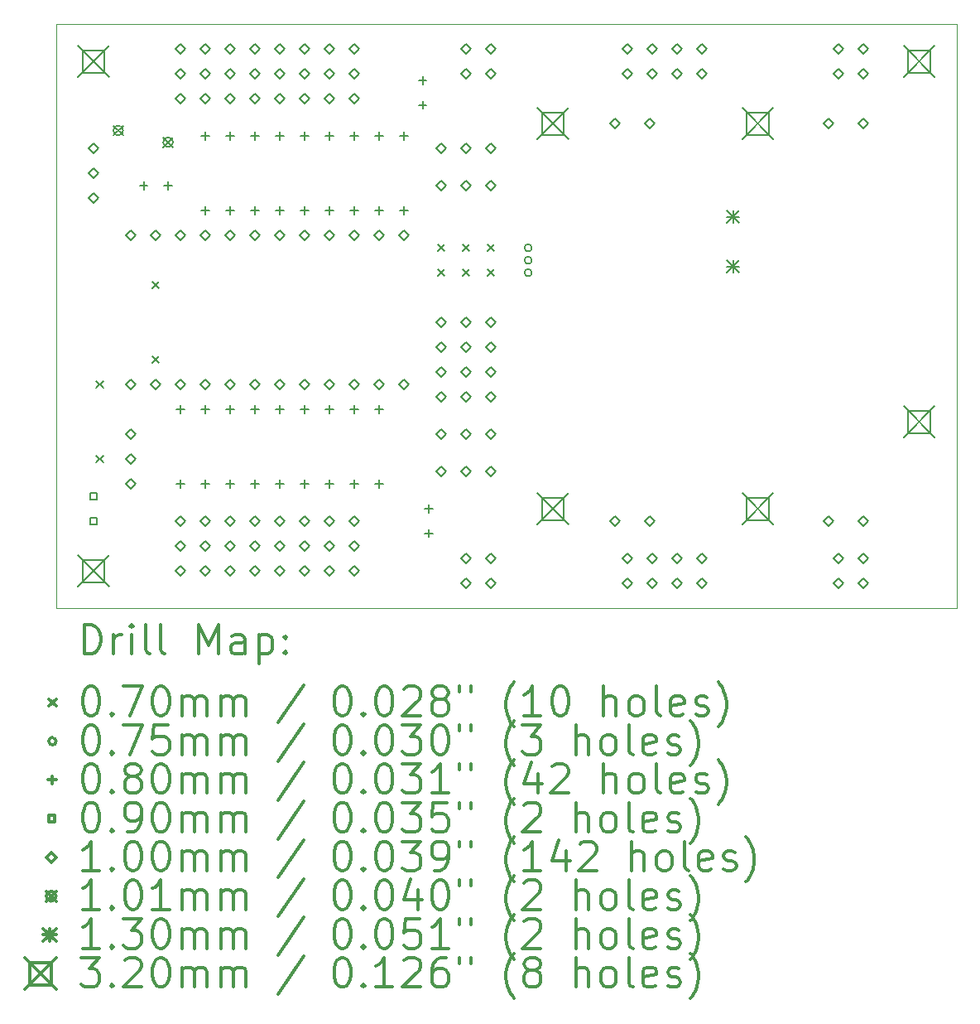
<source format=gbr>
%FSLAX45Y45*%
G04 Gerber Fmt 4.5, Leading zero omitted, Abs format (unit mm)*
G04 Created by KiCad (PCBNEW (5.1.5)-3) date 2020-05-24 17:47:19*
%MOMM*%
%LPD*%
G04 APERTURE LIST*
%TA.AperFunction,Profile*%
%ADD10C,0.050000*%
%TD*%
%ADD11C,0.200000*%
%ADD12C,0.300000*%
G04 APERTURE END LIST*
D10*
X11176000Y-7112000D02*
X20383500Y-7112000D01*
X20383500Y-13081000D02*
X11176000Y-13081000D01*
X11176000Y-7112000D02*
X11176000Y-13081000D01*
X20383500Y-13081000D02*
X20383500Y-7112000D01*
D11*
X15586000Y-9363000D02*
X15656000Y-9433000D01*
X15656000Y-9363000D02*
X15586000Y-9433000D01*
X15078000Y-9617000D02*
X15148000Y-9687000D01*
X15148000Y-9617000D02*
X15078000Y-9687000D01*
X12157000Y-9744000D02*
X12227000Y-9814000D01*
X12227000Y-9744000D02*
X12157000Y-9814000D01*
X12157000Y-10506000D02*
X12227000Y-10576000D01*
X12227000Y-10506000D02*
X12157000Y-10576000D01*
X15332000Y-9363000D02*
X15402000Y-9433000D01*
X15402000Y-9363000D02*
X15332000Y-9433000D01*
X15332000Y-9617000D02*
X15402000Y-9687000D01*
X15402000Y-9617000D02*
X15332000Y-9687000D01*
X15586000Y-9617000D02*
X15656000Y-9687000D01*
X15656000Y-9617000D02*
X15586000Y-9687000D01*
X11585500Y-10760000D02*
X11655500Y-10830000D01*
X11655500Y-10760000D02*
X11585500Y-10830000D01*
X11585500Y-11522000D02*
X11655500Y-11592000D01*
X11655500Y-11522000D02*
X11585500Y-11592000D01*
X15078000Y-9363000D02*
X15148000Y-9433000D01*
X15148000Y-9363000D02*
X15078000Y-9433000D01*
X16039500Y-9398000D02*
G75*
G03X16039500Y-9398000I-37500J0D01*
G01*
X16039500Y-9525000D02*
G75*
G03X16039500Y-9525000I-37500J0D01*
G01*
X16039500Y-9652000D02*
G75*
G03X16039500Y-9652000I-37500J0D01*
G01*
X14922500Y-7647500D02*
X14922500Y-7727500D01*
X14882500Y-7687500D02*
X14962500Y-7687500D01*
X14922500Y-7897500D02*
X14922500Y-7977500D01*
X14882500Y-7937500D02*
X14962500Y-7937500D01*
X12069000Y-8723000D02*
X12069000Y-8803000D01*
X12029000Y-8763000D02*
X12109000Y-8763000D01*
X12319000Y-8723000D02*
X12319000Y-8803000D01*
X12279000Y-8763000D02*
X12359000Y-8763000D01*
X12446000Y-11009000D02*
X12446000Y-11089000D01*
X12406000Y-11049000D02*
X12486000Y-11049000D01*
X12446000Y-11771000D02*
X12446000Y-11851000D01*
X12406000Y-11811000D02*
X12486000Y-11811000D01*
X12700000Y-11009000D02*
X12700000Y-11089000D01*
X12660000Y-11049000D02*
X12740000Y-11049000D01*
X12700000Y-11771000D02*
X12700000Y-11851000D01*
X12660000Y-11811000D02*
X12740000Y-11811000D01*
X12954000Y-11009000D02*
X12954000Y-11089000D01*
X12914000Y-11049000D02*
X12994000Y-11049000D01*
X12954000Y-11771000D02*
X12954000Y-11851000D01*
X12914000Y-11811000D02*
X12994000Y-11811000D01*
X13208000Y-11009000D02*
X13208000Y-11089000D01*
X13168000Y-11049000D02*
X13248000Y-11049000D01*
X13208000Y-11771000D02*
X13208000Y-11851000D01*
X13168000Y-11811000D02*
X13248000Y-11811000D01*
X13462000Y-11009000D02*
X13462000Y-11089000D01*
X13422000Y-11049000D02*
X13502000Y-11049000D01*
X13462000Y-11771000D02*
X13462000Y-11851000D01*
X13422000Y-11811000D02*
X13502000Y-11811000D01*
X13716000Y-11009000D02*
X13716000Y-11089000D01*
X13676000Y-11049000D02*
X13756000Y-11049000D01*
X13716000Y-11771000D02*
X13716000Y-11851000D01*
X13676000Y-11811000D02*
X13756000Y-11811000D01*
X13970000Y-11009000D02*
X13970000Y-11089000D01*
X13930000Y-11049000D02*
X14010000Y-11049000D01*
X13970000Y-11771000D02*
X13970000Y-11851000D01*
X13930000Y-11811000D02*
X14010000Y-11811000D01*
X14224000Y-11009000D02*
X14224000Y-11089000D01*
X14184000Y-11049000D02*
X14264000Y-11049000D01*
X14224000Y-11771000D02*
X14224000Y-11851000D01*
X14184000Y-11811000D02*
X14264000Y-11811000D01*
X14478000Y-11009000D02*
X14478000Y-11089000D01*
X14438000Y-11049000D02*
X14518000Y-11049000D01*
X14478000Y-11771000D02*
X14478000Y-11851000D01*
X14438000Y-11811000D02*
X14518000Y-11811000D01*
X14986000Y-12025000D02*
X14986000Y-12105000D01*
X14946000Y-12065000D02*
X15026000Y-12065000D01*
X14986000Y-12275000D02*
X14986000Y-12355000D01*
X14946000Y-12315000D02*
X15026000Y-12315000D01*
X12700000Y-8215000D02*
X12700000Y-8295000D01*
X12660000Y-8255000D02*
X12740000Y-8255000D01*
X12700000Y-8977000D02*
X12700000Y-9057000D01*
X12660000Y-9017000D02*
X12740000Y-9017000D01*
X12954000Y-8215000D02*
X12954000Y-8295000D01*
X12914000Y-8255000D02*
X12994000Y-8255000D01*
X12954000Y-8977000D02*
X12954000Y-9057000D01*
X12914000Y-9017000D02*
X12994000Y-9017000D01*
X13208000Y-8215000D02*
X13208000Y-8295000D01*
X13168000Y-8255000D02*
X13248000Y-8255000D01*
X13208000Y-8977000D02*
X13208000Y-9057000D01*
X13168000Y-9017000D02*
X13248000Y-9017000D01*
X13462000Y-8215000D02*
X13462000Y-8295000D01*
X13422000Y-8255000D02*
X13502000Y-8255000D01*
X13462000Y-8977000D02*
X13462000Y-9057000D01*
X13422000Y-9017000D02*
X13502000Y-9017000D01*
X13716000Y-8215000D02*
X13716000Y-8295000D01*
X13676000Y-8255000D02*
X13756000Y-8255000D01*
X13716000Y-8977000D02*
X13716000Y-9057000D01*
X13676000Y-9017000D02*
X13756000Y-9017000D01*
X13970000Y-8215000D02*
X13970000Y-8295000D01*
X13930000Y-8255000D02*
X14010000Y-8255000D01*
X13970000Y-8977000D02*
X13970000Y-9057000D01*
X13930000Y-9017000D02*
X14010000Y-9017000D01*
X14224000Y-8215000D02*
X14224000Y-8295000D01*
X14184000Y-8255000D02*
X14264000Y-8255000D01*
X14224000Y-8977000D02*
X14224000Y-9057000D01*
X14184000Y-9017000D02*
X14264000Y-9017000D01*
X14478000Y-8215000D02*
X14478000Y-8295000D01*
X14438000Y-8255000D02*
X14518000Y-8255000D01*
X14478000Y-8977000D02*
X14478000Y-9057000D01*
X14438000Y-9017000D02*
X14518000Y-9017000D01*
X14732000Y-8215000D02*
X14732000Y-8295000D01*
X14692000Y-8255000D02*
X14772000Y-8255000D01*
X14732000Y-8977000D02*
X14732000Y-9057000D01*
X14692000Y-9017000D02*
X14772000Y-9017000D01*
X11588820Y-11969820D02*
X11588820Y-11906180D01*
X11525180Y-11906180D01*
X11525180Y-11969820D01*
X11588820Y-11969820D01*
X11588820Y-12223820D02*
X11588820Y-12160180D01*
X11525180Y-12160180D01*
X11525180Y-12223820D01*
X11588820Y-12223820D01*
X19075400Y-8178000D02*
X19125400Y-8128000D01*
X19075400Y-8078000D01*
X19025400Y-8128000D01*
X19075400Y-8178000D01*
X19075400Y-12242000D02*
X19125400Y-12192000D01*
X19075400Y-12142000D01*
X19025400Y-12192000D01*
X19075400Y-12242000D01*
X19431000Y-8178000D02*
X19481000Y-8128000D01*
X19431000Y-8078000D01*
X19381000Y-8128000D01*
X19431000Y-8178000D01*
X19431000Y-12242000D02*
X19481000Y-12192000D01*
X19431000Y-12142000D01*
X19381000Y-12192000D01*
X19431000Y-12242000D01*
X15367000Y-12623000D02*
X15417000Y-12573000D01*
X15367000Y-12523000D01*
X15317000Y-12573000D01*
X15367000Y-12623000D01*
X15367000Y-12877000D02*
X15417000Y-12827000D01*
X15367000Y-12777000D01*
X15317000Y-12827000D01*
X15367000Y-12877000D01*
X15621000Y-12623000D02*
X15671000Y-12573000D01*
X15621000Y-12523000D01*
X15571000Y-12573000D01*
X15621000Y-12623000D01*
X15621000Y-12877000D02*
X15671000Y-12827000D01*
X15621000Y-12777000D01*
X15571000Y-12827000D01*
X15621000Y-12877000D01*
X12446000Y-7924000D02*
X12496000Y-7874000D01*
X12446000Y-7824000D01*
X12396000Y-7874000D01*
X12446000Y-7924000D01*
X12700000Y-7924000D02*
X12750000Y-7874000D01*
X12700000Y-7824000D01*
X12650000Y-7874000D01*
X12700000Y-7924000D01*
X12954000Y-7924000D02*
X13004000Y-7874000D01*
X12954000Y-7824000D01*
X12904000Y-7874000D01*
X12954000Y-7924000D01*
X13208000Y-7924000D02*
X13258000Y-7874000D01*
X13208000Y-7824000D01*
X13158000Y-7874000D01*
X13208000Y-7924000D01*
X13462000Y-7924000D02*
X13512000Y-7874000D01*
X13462000Y-7824000D01*
X13412000Y-7874000D01*
X13462000Y-7924000D01*
X13716000Y-7924000D02*
X13766000Y-7874000D01*
X13716000Y-7824000D01*
X13666000Y-7874000D01*
X13716000Y-7924000D01*
X13970000Y-7924000D02*
X14020000Y-7874000D01*
X13970000Y-7824000D01*
X13920000Y-7874000D01*
X13970000Y-7924000D01*
X14224000Y-7924000D02*
X14274000Y-7874000D01*
X14224000Y-7824000D01*
X14174000Y-7874000D01*
X14224000Y-7924000D01*
X12446000Y-7416000D02*
X12496000Y-7366000D01*
X12446000Y-7316000D01*
X12396000Y-7366000D01*
X12446000Y-7416000D01*
X12700000Y-7416000D02*
X12750000Y-7366000D01*
X12700000Y-7316000D01*
X12650000Y-7366000D01*
X12700000Y-7416000D01*
X12954000Y-7416000D02*
X13004000Y-7366000D01*
X12954000Y-7316000D01*
X12904000Y-7366000D01*
X12954000Y-7416000D01*
X13208000Y-7416000D02*
X13258000Y-7366000D01*
X13208000Y-7316000D01*
X13158000Y-7366000D01*
X13208000Y-7416000D01*
X13462000Y-7416000D02*
X13512000Y-7366000D01*
X13462000Y-7316000D01*
X13412000Y-7366000D01*
X13462000Y-7416000D01*
X13716000Y-7416000D02*
X13766000Y-7366000D01*
X13716000Y-7316000D01*
X13666000Y-7366000D01*
X13716000Y-7416000D01*
X13970000Y-7416000D02*
X14020000Y-7366000D01*
X13970000Y-7316000D01*
X13920000Y-7366000D01*
X13970000Y-7416000D01*
X14224000Y-7416000D02*
X14274000Y-7366000D01*
X14224000Y-7316000D01*
X14174000Y-7366000D01*
X14224000Y-7416000D01*
X15113000Y-11353000D02*
X15163000Y-11303000D01*
X15113000Y-11253000D01*
X15063000Y-11303000D01*
X15113000Y-11353000D01*
X15367000Y-11353000D02*
X15417000Y-11303000D01*
X15367000Y-11253000D01*
X15317000Y-11303000D01*
X15367000Y-11353000D01*
X15621000Y-11353000D02*
X15671000Y-11303000D01*
X15621000Y-11253000D01*
X15571000Y-11303000D01*
X15621000Y-11353000D01*
X19177000Y-12623000D02*
X19227000Y-12573000D01*
X19177000Y-12523000D01*
X19127000Y-12573000D01*
X19177000Y-12623000D01*
X19177000Y-12877000D02*
X19227000Y-12827000D01*
X19177000Y-12777000D01*
X19127000Y-12827000D01*
X19177000Y-12877000D01*
X19431000Y-12623000D02*
X19481000Y-12573000D01*
X19431000Y-12523000D01*
X19381000Y-12573000D01*
X19431000Y-12623000D01*
X19431000Y-12877000D02*
X19481000Y-12827000D01*
X19431000Y-12777000D01*
X19381000Y-12827000D01*
X19431000Y-12877000D01*
X15113000Y-10210000D02*
X15163000Y-10160000D01*
X15113000Y-10110000D01*
X15063000Y-10160000D01*
X15113000Y-10210000D01*
X15113000Y-10464000D02*
X15163000Y-10414000D01*
X15113000Y-10364000D01*
X15063000Y-10414000D01*
X15113000Y-10464000D01*
X15113000Y-10718000D02*
X15163000Y-10668000D01*
X15113000Y-10618000D01*
X15063000Y-10668000D01*
X15113000Y-10718000D01*
X15113000Y-10972000D02*
X15163000Y-10922000D01*
X15113000Y-10872000D01*
X15063000Y-10922000D01*
X15113000Y-10972000D01*
X12446000Y-12496000D02*
X12496000Y-12446000D01*
X12446000Y-12396000D01*
X12396000Y-12446000D01*
X12446000Y-12496000D01*
X12700000Y-12496000D02*
X12750000Y-12446000D01*
X12700000Y-12396000D01*
X12650000Y-12446000D01*
X12700000Y-12496000D01*
X12954000Y-12496000D02*
X13004000Y-12446000D01*
X12954000Y-12396000D01*
X12904000Y-12446000D01*
X12954000Y-12496000D01*
X13208000Y-12496000D02*
X13258000Y-12446000D01*
X13208000Y-12396000D01*
X13158000Y-12446000D01*
X13208000Y-12496000D01*
X13462000Y-12496000D02*
X13512000Y-12446000D01*
X13462000Y-12396000D01*
X13412000Y-12446000D01*
X13462000Y-12496000D01*
X13716000Y-12496000D02*
X13766000Y-12446000D01*
X13716000Y-12396000D01*
X13666000Y-12446000D01*
X13716000Y-12496000D01*
X13970000Y-12496000D02*
X14020000Y-12446000D01*
X13970000Y-12396000D01*
X13920000Y-12446000D01*
X13970000Y-12496000D01*
X14224000Y-12496000D02*
X14274000Y-12446000D01*
X14224000Y-12396000D01*
X14174000Y-12446000D01*
X14224000Y-12496000D01*
X12446000Y-12750000D02*
X12496000Y-12700000D01*
X12446000Y-12650000D01*
X12396000Y-12700000D01*
X12446000Y-12750000D01*
X12700000Y-12750000D02*
X12750000Y-12700000D01*
X12700000Y-12650000D01*
X12650000Y-12700000D01*
X12700000Y-12750000D01*
X12954000Y-12750000D02*
X13004000Y-12700000D01*
X12954000Y-12650000D01*
X12904000Y-12700000D01*
X12954000Y-12750000D01*
X13208000Y-12750000D02*
X13258000Y-12700000D01*
X13208000Y-12650000D01*
X13158000Y-12700000D01*
X13208000Y-12750000D01*
X13462000Y-12750000D02*
X13512000Y-12700000D01*
X13462000Y-12650000D01*
X13412000Y-12700000D01*
X13462000Y-12750000D01*
X13716000Y-12750000D02*
X13766000Y-12700000D01*
X13716000Y-12650000D01*
X13666000Y-12700000D01*
X13716000Y-12750000D01*
X13970000Y-12750000D02*
X14020000Y-12700000D01*
X13970000Y-12650000D01*
X13920000Y-12700000D01*
X13970000Y-12750000D01*
X14224000Y-12750000D02*
X14274000Y-12700000D01*
X14224000Y-12650000D01*
X14174000Y-12700000D01*
X14224000Y-12750000D01*
X17018000Y-12623000D02*
X17068000Y-12573000D01*
X17018000Y-12523000D01*
X16968000Y-12573000D01*
X17018000Y-12623000D01*
X17018000Y-12877000D02*
X17068000Y-12827000D01*
X17018000Y-12777000D01*
X16968000Y-12827000D01*
X17018000Y-12877000D01*
X17272000Y-12623000D02*
X17322000Y-12573000D01*
X17272000Y-12523000D01*
X17222000Y-12573000D01*
X17272000Y-12623000D01*
X17272000Y-12877000D02*
X17322000Y-12827000D01*
X17272000Y-12777000D01*
X17222000Y-12827000D01*
X17272000Y-12877000D01*
X16891000Y-8178000D02*
X16941000Y-8128000D01*
X16891000Y-8078000D01*
X16841000Y-8128000D01*
X16891000Y-8178000D01*
X16891000Y-12242000D02*
X16941000Y-12192000D01*
X16891000Y-12142000D01*
X16841000Y-12192000D01*
X16891000Y-12242000D01*
X17246600Y-8178000D02*
X17296600Y-8128000D01*
X17246600Y-8078000D01*
X17196600Y-8128000D01*
X17246600Y-8178000D01*
X17246600Y-12242000D02*
X17296600Y-12192000D01*
X17246600Y-12142000D01*
X17196600Y-12192000D01*
X17246600Y-12242000D01*
X17526000Y-12623000D02*
X17576000Y-12573000D01*
X17526000Y-12523000D01*
X17476000Y-12573000D01*
X17526000Y-12623000D01*
X17526000Y-12877000D02*
X17576000Y-12827000D01*
X17526000Y-12777000D01*
X17476000Y-12827000D01*
X17526000Y-12877000D01*
X17780000Y-12623000D02*
X17830000Y-12573000D01*
X17780000Y-12523000D01*
X17730000Y-12573000D01*
X17780000Y-12623000D01*
X17780000Y-12877000D02*
X17830000Y-12827000D01*
X17780000Y-12777000D01*
X17730000Y-12827000D01*
X17780000Y-12877000D01*
X19177000Y-7416000D02*
X19227000Y-7366000D01*
X19177000Y-7316000D01*
X19127000Y-7366000D01*
X19177000Y-7416000D01*
X19177000Y-7670000D02*
X19227000Y-7620000D01*
X19177000Y-7570000D01*
X19127000Y-7620000D01*
X19177000Y-7670000D01*
X19431000Y-7416000D02*
X19481000Y-7366000D01*
X19431000Y-7316000D01*
X19381000Y-7366000D01*
X19431000Y-7416000D01*
X19431000Y-7670000D02*
X19481000Y-7620000D01*
X19431000Y-7570000D01*
X19381000Y-7620000D01*
X19431000Y-7670000D01*
X12446000Y-7670000D02*
X12496000Y-7620000D01*
X12446000Y-7570000D01*
X12396000Y-7620000D01*
X12446000Y-7670000D01*
X12700000Y-7670000D02*
X12750000Y-7620000D01*
X12700000Y-7570000D01*
X12650000Y-7620000D01*
X12700000Y-7670000D01*
X12954000Y-7670000D02*
X13004000Y-7620000D01*
X12954000Y-7570000D01*
X12904000Y-7620000D01*
X12954000Y-7670000D01*
X13208000Y-7670000D02*
X13258000Y-7620000D01*
X13208000Y-7570000D01*
X13158000Y-7620000D01*
X13208000Y-7670000D01*
X13462000Y-7670000D02*
X13512000Y-7620000D01*
X13462000Y-7570000D01*
X13412000Y-7620000D01*
X13462000Y-7670000D01*
X13716000Y-7670000D02*
X13766000Y-7620000D01*
X13716000Y-7570000D01*
X13666000Y-7620000D01*
X13716000Y-7670000D01*
X13970000Y-7670000D02*
X14020000Y-7620000D01*
X13970000Y-7570000D01*
X13920000Y-7620000D01*
X13970000Y-7670000D01*
X14224000Y-7670000D02*
X14274000Y-7620000D01*
X14224000Y-7570000D01*
X14174000Y-7620000D01*
X14224000Y-7670000D01*
X12446000Y-12242000D02*
X12496000Y-12192000D01*
X12446000Y-12142000D01*
X12396000Y-12192000D01*
X12446000Y-12242000D01*
X12700000Y-12242000D02*
X12750000Y-12192000D01*
X12700000Y-12142000D01*
X12650000Y-12192000D01*
X12700000Y-12242000D01*
X12954000Y-12242000D02*
X13004000Y-12192000D01*
X12954000Y-12142000D01*
X12904000Y-12192000D01*
X12954000Y-12242000D01*
X13208000Y-12242000D02*
X13258000Y-12192000D01*
X13208000Y-12142000D01*
X13158000Y-12192000D01*
X13208000Y-12242000D01*
X13462000Y-12242000D02*
X13512000Y-12192000D01*
X13462000Y-12142000D01*
X13412000Y-12192000D01*
X13462000Y-12242000D01*
X13716000Y-12242000D02*
X13766000Y-12192000D01*
X13716000Y-12142000D01*
X13666000Y-12192000D01*
X13716000Y-12242000D01*
X13970000Y-12242000D02*
X14020000Y-12192000D01*
X13970000Y-12142000D01*
X13920000Y-12192000D01*
X13970000Y-12242000D01*
X14224000Y-12242000D02*
X14274000Y-12192000D01*
X14224000Y-12142000D01*
X14174000Y-12192000D01*
X14224000Y-12242000D01*
X15113000Y-8432000D02*
X15163000Y-8382000D01*
X15113000Y-8332000D01*
X15063000Y-8382000D01*
X15113000Y-8432000D01*
X15367000Y-8432000D02*
X15417000Y-8382000D01*
X15367000Y-8332000D01*
X15317000Y-8382000D01*
X15367000Y-8432000D01*
X15621000Y-8432000D02*
X15671000Y-8382000D01*
X15621000Y-8332000D01*
X15571000Y-8382000D01*
X15621000Y-8432000D01*
X11938000Y-10845000D02*
X11988000Y-10795000D01*
X11938000Y-10745000D01*
X11888000Y-10795000D01*
X11938000Y-10845000D01*
X12192000Y-10845000D02*
X12242000Y-10795000D01*
X12192000Y-10745000D01*
X12142000Y-10795000D01*
X12192000Y-10845000D01*
X12446000Y-10845000D02*
X12496000Y-10795000D01*
X12446000Y-10745000D01*
X12396000Y-10795000D01*
X12446000Y-10845000D01*
X12700000Y-10845000D02*
X12750000Y-10795000D01*
X12700000Y-10745000D01*
X12650000Y-10795000D01*
X12700000Y-10845000D01*
X12954000Y-10845000D02*
X13004000Y-10795000D01*
X12954000Y-10745000D01*
X12904000Y-10795000D01*
X12954000Y-10845000D01*
X13208000Y-10845000D02*
X13258000Y-10795000D01*
X13208000Y-10745000D01*
X13158000Y-10795000D01*
X13208000Y-10845000D01*
X13462000Y-10845000D02*
X13512000Y-10795000D01*
X13462000Y-10745000D01*
X13412000Y-10795000D01*
X13462000Y-10845000D01*
X13716000Y-10845000D02*
X13766000Y-10795000D01*
X13716000Y-10745000D01*
X13666000Y-10795000D01*
X13716000Y-10845000D01*
X13970000Y-10845000D02*
X14020000Y-10795000D01*
X13970000Y-10745000D01*
X13920000Y-10795000D01*
X13970000Y-10845000D01*
X14224000Y-10845000D02*
X14274000Y-10795000D01*
X14224000Y-10745000D01*
X14174000Y-10795000D01*
X14224000Y-10845000D01*
X14478000Y-10845000D02*
X14528000Y-10795000D01*
X14478000Y-10745000D01*
X14428000Y-10795000D01*
X14478000Y-10845000D01*
X14732000Y-10845000D02*
X14782000Y-10795000D01*
X14732000Y-10745000D01*
X14682000Y-10795000D01*
X14732000Y-10845000D01*
X17526000Y-7416000D02*
X17576000Y-7366000D01*
X17526000Y-7316000D01*
X17476000Y-7366000D01*
X17526000Y-7416000D01*
X17526000Y-7670000D02*
X17576000Y-7620000D01*
X17526000Y-7570000D01*
X17476000Y-7620000D01*
X17526000Y-7670000D01*
X17780000Y-7416000D02*
X17830000Y-7366000D01*
X17780000Y-7316000D01*
X17730000Y-7366000D01*
X17780000Y-7416000D01*
X17780000Y-7670000D02*
X17830000Y-7620000D01*
X17780000Y-7570000D01*
X17730000Y-7620000D01*
X17780000Y-7670000D01*
X15621000Y-10210000D02*
X15671000Y-10160000D01*
X15621000Y-10110000D01*
X15571000Y-10160000D01*
X15621000Y-10210000D01*
X15621000Y-10464000D02*
X15671000Y-10414000D01*
X15621000Y-10364000D01*
X15571000Y-10414000D01*
X15621000Y-10464000D01*
X15621000Y-10718000D02*
X15671000Y-10668000D01*
X15621000Y-10618000D01*
X15571000Y-10668000D01*
X15621000Y-10718000D01*
X15621000Y-10972000D02*
X15671000Y-10922000D01*
X15621000Y-10872000D01*
X15571000Y-10922000D01*
X15621000Y-10972000D01*
X15113000Y-11734000D02*
X15163000Y-11684000D01*
X15113000Y-11634000D01*
X15063000Y-11684000D01*
X15113000Y-11734000D01*
X15367000Y-11734000D02*
X15417000Y-11684000D01*
X15367000Y-11634000D01*
X15317000Y-11684000D01*
X15367000Y-11734000D01*
X15621000Y-11734000D02*
X15671000Y-11684000D01*
X15621000Y-11634000D01*
X15571000Y-11684000D01*
X15621000Y-11734000D01*
X17018000Y-7416000D02*
X17068000Y-7366000D01*
X17018000Y-7316000D01*
X16968000Y-7366000D01*
X17018000Y-7416000D01*
X17018000Y-7670000D02*
X17068000Y-7620000D01*
X17018000Y-7570000D01*
X16968000Y-7620000D01*
X17018000Y-7670000D01*
X17272000Y-7416000D02*
X17322000Y-7366000D01*
X17272000Y-7316000D01*
X17222000Y-7366000D01*
X17272000Y-7416000D01*
X17272000Y-7670000D02*
X17322000Y-7620000D01*
X17272000Y-7570000D01*
X17222000Y-7620000D01*
X17272000Y-7670000D01*
X11938000Y-11353000D02*
X11988000Y-11303000D01*
X11938000Y-11253000D01*
X11888000Y-11303000D01*
X11938000Y-11353000D01*
X11938000Y-11607000D02*
X11988000Y-11557000D01*
X11938000Y-11507000D01*
X11888000Y-11557000D01*
X11938000Y-11607000D01*
X11938000Y-11861000D02*
X11988000Y-11811000D01*
X11938000Y-11761000D01*
X11888000Y-11811000D01*
X11938000Y-11861000D01*
X15367000Y-7416000D02*
X15417000Y-7366000D01*
X15367000Y-7316000D01*
X15317000Y-7366000D01*
X15367000Y-7416000D01*
X15367000Y-7670000D02*
X15417000Y-7620000D01*
X15367000Y-7570000D01*
X15317000Y-7620000D01*
X15367000Y-7670000D01*
X15621000Y-7416000D02*
X15671000Y-7366000D01*
X15621000Y-7316000D01*
X15571000Y-7366000D01*
X15621000Y-7416000D01*
X15621000Y-7670000D02*
X15671000Y-7620000D01*
X15621000Y-7570000D01*
X15571000Y-7620000D01*
X15621000Y-7670000D01*
X11557000Y-8432000D02*
X11607000Y-8382000D01*
X11557000Y-8332000D01*
X11507000Y-8382000D01*
X11557000Y-8432000D01*
X11557000Y-8686000D02*
X11607000Y-8636000D01*
X11557000Y-8586000D01*
X11507000Y-8636000D01*
X11557000Y-8686000D01*
X11557000Y-8940000D02*
X11607000Y-8890000D01*
X11557000Y-8840000D01*
X11507000Y-8890000D01*
X11557000Y-8940000D01*
X15367000Y-10210000D02*
X15417000Y-10160000D01*
X15367000Y-10110000D01*
X15317000Y-10160000D01*
X15367000Y-10210000D01*
X15367000Y-10464000D02*
X15417000Y-10414000D01*
X15367000Y-10364000D01*
X15317000Y-10414000D01*
X15367000Y-10464000D01*
X15367000Y-10718000D02*
X15417000Y-10668000D01*
X15367000Y-10618000D01*
X15317000Y-10668000D01*
X15367000Y-10718000D01*
X15367000Y-10972000D02*
X15417000Y-10922000D01*
X15367000Y-10872000D01*
X15317000Y-10922000D01*
X15367000Y-10972000D01*
X11938000Y-9321000D02*
X11988000Y-9271000D01*
X11938000Y-9221000D01*
X11888000Y-9271000D01*
X11938000Y-9321000D01*
X12192000Y-9321000D02*
X12242000Y-9271000D01*
X12192000Y-9221000D01*
X12142000Y-9271000D01*
X12192000Y-9321000D01*
X12446000Y-9321000D02*
X12496000Y-9271000D01*
X12446000Y-9221000D01*
X12396000Y-9271000D01*
X12446000Y-9321000D01*
X12700000Y-9321000D02*
X12750000Y-9271000D01*
X12700000Y-9221000D01*
X12650000Y-9271000D01*
X12700000Y-9321000D01*
X12954000Y-9321000D02*
X13004000Y-9271000D01*
X12954000Y-9221000D01*
X12904000Y-9271000D01*
X12954000Y-9321000D01*
X13208000Y-9321000D02*
X13258000Y-9271000D01*
X13208000Y-9221000D01*
X13158000Y-9271000D01*
X13208000Y-9321000D01*
X13462000Y-9321000D02*
X13512000Y-9271000D01*
X13462000Y-9221000D01*
X13412000Y-9271000D01*
X13462000Y-9321000D01*
X13716000Y-9321000D02*
X13766000Y-9271000D01*
X13716000Y-9221000D01*
X13666000Y-9271000D01*
X13716000Y-9321000D01*
X13970000Y-9321000D02*
X14020000Y-9271000D01*
X13970000Y-9221000D01*
X13920000Y-9271000D01*
X13970000Y-9321000D01*
X14224000Y-9321000D02*
X14274000Y-9271000D01*
X14224000Y-9221000D01*
X14174000Y-9271000D01*
X14224000Y-9321000D01*
X14478000Y-9321000D02*
X14528000Y-9271000D01*
X14478000Y-9221000D01*
X14428000Y-9271000D01*
X14478000Y-9321000D01*
X14732000Y-9321000D02*
X14782000Y-9271000D01*
X14732000Y-9221000D01*
X14682000Y-9271000D01*
X14732000Y-9321000D01*
X15113000Y-8813000D02*
X15163000Y-8763000D01*
X15113000Y-8713000D01*
X15063000Y-8763000D01*
X15113000Y-8813000D01*
X15367000Y-8813000D02*
X15417000Y-8763000D01*
X15367000Y-8713000D01*
X15317000Y-8763000D01*
X15367000Y-8813000D01*
X15621000Y-8813000D02*
X15671000Y-8763000D01*
X15621000Y-8713000D01*
X15571000Y-8763000D01*
X15621000Y-8813000D01*
X11758500Y-8148000D02*
X11859500Y-8249000D01*
X11859500Y-8148000D02*
X11758500Y-8249000D01*
X11859500Y-8198500D02*
G75*
G03X11859500Y-8198500I-50500J0D01*
G01*
X12268500Y-8268000D02*
X12369500Y-8369000D01*
X12369500Y-8268000D02*
X12268500Y-8369000D01*
X12369500Y-8318500D02*
G75*
G03X12369500Y-8318500I-50500J0D01*
G01*
X18032500Y-9015500D02*
X18162500Y-9145500D01*
X18162500Y-9015500D02*
X18032500Y-9145500D01*
X18097500Y-9015500D02*
X18097500Y-9145500D01*
X18032500Y-9080500D02*
X18162500Y-9080500D01*
X18032500Y-9523500D02*
X18162500Y-9653500D01*
X18162500Y-9523500D02*
X18032500Y-9653500D01*
X18097500Y-9523500D02*
X18097500Y-9653500D01*
X18032500Y-9588500D02*
X18162500Y-9588500D01*
X16096000Y-7968000D02*
X16416000Y-8288000D01*
X16416000Y-7968000D02*
X16096000Y-8288000D01*
X16369138Y-8241138D02*
X16369138Y-8014862D01*
X16142862Y-8014862D01*
X16142862Y-8241138D01*
X16369138Y-8241138D01*
X11397000Y-12540000D02*
X11717000Y-12860000D01*
X11717000Y-12540000D02*
X11397000Y-12860000D01*
X11670138Y-12813138D02*
X11670138Y-12586862D01*
X11443862Y-12586862D01*
X11443862Y-12813138D01*
X11670138Y-12813138D01*
X18191500Y-7968000D02*
X18511500Y-8288000D01*
X18511500Y-7968000D02*
X18191500Y-8288000D01*
X18464638Y-8241138D02*
X18464638Y-8014862D01*
X18238362Y-8014862D01*
X18238362Y-8241138D01*
X18464638Y-8241138D01*
X11397000Y-7333000D02*
X11717000Y-7653000D01*
X11717000Y-7333000D02*
X11397000Y-7653000D01*
X11670138Y-7606138D02*
X11670138Y-7379862D01*
X11443862Y-7379862D01*
X11443862Y-7606138D01*
X11670138Y-7606138D01*
X16096000Y-11905000D02*
X16416000Y-12225000D01*
X16416000Y-11905000D02*
X16096000Y-12225000D01*
X16369138Y-12178138D02*
X16369138Y-11951862D01*
X16142862Y-11951862D01*
X16142862Y-12178138D01*
X16369138Y-12178138D01*
X18191500Y-11905000D02*
X18511500Y-12225000D01*
X18511500Y-11905000D02*
X18191500Y-12225000D01*
X18464638Y-12178138D02*
X18464638Y-11951862D01*
X18238362Y-11951862D01*
X18238362Y-12178138D01*
X18464638Y-12178138D01*
X19842500Y-11016000D02*
X20162500Y-11336000D01*
X20162500Y-11016000D02*
X19842500Y-11336000D01*
X20115638Y-11289138D02*
X20115638Y-11062862D01*
X19889362Y-11062862D01*
X19889362Y-11289138D01*
X20115638Y-11289138D01*
X19842500Y-7333000D02*
X20162500Y-7653000D01*
X20162500Y-7333000D02*
X19842500Y-7653000D01*
X20115638Y-7606138D02*
X20115638Y-7379862D01*
X19889362Y-7379862D01*
X19889362Y-7606138D01*
X20115638Y-7606138D01*
D12*
X11459928Y-13549214D02*
X11459928Y-13249214D01*
X11531357Y-13249214D01*
X11574214Y-13263500D01*
X11602786Y-13292071D01*
X11617071Y-13320643D01*
X11631357Y-13377786D01*
X11631357Y-13420643D01*
X11617071Y-13477786D01*
X11602786Y-13506357D01*
X11574214Y-13534929D01*
X11531357Y-13549214D01*
X11459928Y-13549214D01*
X11759928Y-13549214D02*
X11759928Y-13349214D01*
X11759928Y-13406357D02*
X11774214Y-13377786D01*
X11788500Y-13363500D01*
X11817071Y-13349214D01*
X11845643Y-13349214D01*
X11945643Y-13549214D02*
X11945643Y-13349214D01*
X11945643Y-13249214D02*
X11931357Y-13263500D01*
X11945643Y-13277786D01*
X11959928Y-13263500D01*
X11945643Y-13249214D01*
X11945643Y-13277786D01*
X12131357Y-13549214D02*
X12102786Y-13534929D01*
X12088500Y-13506357D01*
X12088500Y-13249214D01*
X12288500Y-13549214D02*
X12259928Y-13534929D01*
X12245643Y-13506357D01*
X12245643Y-13249214D01*
X12631357Y-13549214D02*
X12631357Y-13249214D01*
X12731357Y-13463500D01*
X12831357Y-13249214D01*
X12831357Y-13549214D01*
X13102786Y-13549214D02*
X13102786Y-13392071D01*
X13088500Y-13363500D01*
X13059928Y-13349214D01*
X13002786Y-13349214D01*
X12974214Y-13363500D01*
X13102786Y-13534929D02*
X13074214Y-13549214D01*
X13002786Y-13549214D01*
X12974214Y-13534929D01*
X12959928Y-13506357D01*
X12959928Y-13477786D01*
X12974214Y-13449214D01*
X13002786Y-13434929D01*
X13074214Y-13434929D01*
X13102786Y-13420643D01*
X13245643Y-13349214D02*
X13245643Y-13649214D01*
X13245643Y-13363500D02*
X13274214Y-13349214D01*
X13331357Y-13349214D01*
X13359928Y-13363500D01*
X13374214Y-13377786D01*
X13388500Y-13406357D01*
X13388500Y-13492071D01*
X13374214Y-13520643D01*
X13359928Y-13534929D01*
X13331357Y-13549214D01*
X13274214Y-13549214D01*
X13245643Y-13534929D01*
X13517071Y-13520643D02*
X13531357Y-13534929D01*
X13517071Y-13549214D01*
X13502786Y-13534929D01*
X13517071Y-13520643D01*
X13517071Y-13549214D01*
X13517071Y-13363500D02*
X13531357Y-13377786D01*
X13517071Y-13392071D01*
X13502786Y-13377786D01*
X13517071Y-13363500D01*
X13517071Y-13392071D01*
X11103500Y-14008500D02*
X11173500Y-14078500D01*
X11173500Y-14008500D02*
X11103500Y-14078500D01*
X11517071Y-13879214D02*
X11545643Y-13879214D01*
X11574214Y-13893500D01*
X11588500Y-13907786D01*
X11602786Y-13936357D01*
X11617071Y-13993500D01*
X11617071Y-14064929D01*
X11602786Y-14122071D01*
X11588500Y-14150643D01*
X11574214Y-14164929D01*
X11545643Y-14179214D01*
X11517071Y-14179214D01*
X11488500Y-14164929D01*
X11474214Y-14150643D01*
X11459928Y-14122071D01*
X11445643Y-14064929D01*
X11445643Y-13993500D01*
X11459928Y-13936357D01*
X11474214Y-13907786D01*
X11488500Y-13893500D01*
X11517071Y-13879214D01*
X11745643Y-14150643D02*
X11759928Y-14164929D01*
X11745643Y-14179214D01*
X11731357Y-14164929D01*
X11745643Y-14150643D01*
X11745643Y-14179214D01*
X11859928Y-13879214D02*
X12059928Y-13879214D01*
X11931357Y-14179214D01*
X12231357Y-13879214D02*
X12259928Y-13879214D01*
X12288500Y-13893500D01*
X12302786Y-13907786D01*
X12317071Y-13936357D01*
X12331357Y-13993500D01*
X12331357Y-14064929D01*
X12317071Y-14122071D01*
X12302786Y-14150643D01*
X12288500Y-14164929D01*
X12259928Y-14179214D01*
X12231357Y-14179214D01*
X12202786Y-14164929D01*
X12188500Y-14150643D01*
X12174214Y-14122071D01*
X12159928Y-14064929D01*
X12159928Y-13993500D01*
X12174214Y-13936357D01*
X12188500Y-13907786D01*
X12202786Y-13893500D01*
X12231357Y-13879214D01*
X12459928Y-14179214D02*
X12459928Y-13979214D01*
X12459928Y-14007786D02*
X12474214Y-13993500D01*
X12502786Y-13979214D01*
X12545643Y-13979214D01*
X12574214Y-13993500D01*
X12588500Y-14022071D01*
X12588500Y-14179214D01*
X12588500Y-14022071D02*
X12602786Y-13993500D01*
X12631357Y-13979214D01*
X12674214Y-13979214D01*
X12702786Y-13993500D01*
X12717071Y-14022071D01*
X12717071Y-14179214D01*
X12859928Y-14179214D02*
X12859928Y-13979214D01*
X12859928Y-14007786D02*
X12874214Y-13993500D01*
X12902786Y-13979214D01*
X12945643Y-13979214D01*
X12974214Y-13993500D01*
X12988500Y-14022071D01*
X12988500Y-14179214D01*
X12988500Y-14022071D02*
X13002786Y-13993500D01*
X13031357Y-13979214D01*
X13074214Y-13979214D01*
X13102786Y-13993500D01*
X13117071Y-14022071D01*
X13117071Y-14179214D01*
X13702786Y-13864929D02*
X13445643Y-14250643D01*
X14088500Y-13879214D02*
X14117071Y-13879214D01*
X14145643Y-13893500D01*
X14159928Y-13907786D01*
X14174214Y-13936357D01*
X14188500Y-13993500D01*
X14188500Y-14064929D01*
X14174214Y-14122071D01*
X14159928Y-14150643D01*
X14145643Y-14164929D01*
X14117071Y-14179214D01*
X14088500Y-14179214D01*
X14059928Y-14164929D01*
X14045643Y-14150643D01*
X14031357Y-14122071D01*
X14017071Y-14064929D01*
X14017071Y-13993500D01*
X14031357Y-13936357D01*
X14045643Y-13907786D01*
X14059928Y-13893500D01*
X14088500Y-13879214D01*
X14317071Y-14150643D02*
X14331357Y-14164929D01*
X14317071Y-14179214D01*
X14302786Y-14164929D01*
X14317071Y-14150643D01*
X14317071Y-14179214D01*
X14517071Y-13879214D02*
X14545643Y-13879214D01*
X14574214Y-13893500D01*
X14588500Y-13907786D01*
X14602786Y-13936357D01*
X14617071Y-13993500D01*
X14617071Y-14064929D01*
X14602786Y-14122071D01*
X14588500Y-14150643D01*
X14574214Y-14164929D01*
X14545643Y-14179214D01*
X14517071Y-14179214D01*
X14488500Y-14164929D01*
X14474214Y-14150643D01*
X14459928Y-14122071D01*
X14445643Y-14064929D01*
X14445643Y-13993500D01*
X14459928Y-13936357D01*
X14474214Y-13907786D01*
X14488500Y-13893500D01*
X14517071Y-13879214D01*
X14731357Y-13907786D02*
X14745643Y-13893500D01*
X14774214Y-13879214D01*
X14845643Y-13879214D01*
X14874214Y-13893500D01*
X14888500Y-13907786D01*
X14902786Y-13936357D01*
X14902786Y-13964929D01*
X14888500Y-14007786D01*
X14717071Y-14179214D01*
X14902786Y-14179214D01*
X15074214Y-14007786D02*
X15045643Y-13993500D01*
X15031357Y-13979214D01*
X15017071Y-13950643D01*
X15017071Y-13936357D01*
X15031357Y-13907786D01*
X15045643Y-13893500D01*
X15074214Y-13879214D01*
X15131357Y-13879214D01*
X15159928Y-13893500D01*
X15174214Y-13907786D01*
X15188500Y-13936357D01*
X15188500Y-13950643D01*
X15174214Y-13979214D01*
X15159928Y-13993500D01*
X15131357Y-14007786D01*
X15074214Y-14007786D01*
X15045643Y-14022071D01*
X15031357Y-14036357D01*
X15017071Y-14064929D01*
X15017071Y-14122071D01*
X15031357Y-14150643D01*
X15045643Y-14164929D01*
X15074214Y-14179214D01*
X15131357Y-14179214D01*
X15159928Y-14164929D01*
X15174214Y-14150643D01*
X15188500Y-14122071D01*
X15188500Y-14064929D01*
X15174214Y-14036357D01*
X15159928Y-14022071D01*
X15131357Y-14007786D01*
X15302786Y-13879214D02*
X15302786Y-13936357D01*
X15417071Y-13879214D02*
X15417071Y-13936357D01*
X15859928Y-14293500D02*
X15845643Y-14279214D01*
X15817071Y-14236357D01*
X15802786Y-14207786D01*
X15788500Y-14164929D01*
X15774214Y-14093500D01*
X15774214Y-14036357D01*
X15788500Y-13964929D01*
X15802786Y-13922071D01*
X15817071Y-13893500D01*
X15845643Y-13850643D01*
X15859928Y-13836357D01*
X16131357Y-14179214D02*
X15959928Y-14179214D01*
X16045643Y-14179214D02*
X16045643Y-13879214D01*
X16017071Y-13922071D01*
X15988500Y-13950643D01*
X15959928Y-13964929D01*
X16317071Y-13879214D02*
X16345643Y-13879214D01*
X16374214Y-13893500D01*
X16388500Y-13907786D01*
X16402786Y-13936357D01*
X16417071Y-13993500D01*
X16417071Y-14064929D01*
X16402786Y-14122071D01*
X16388500Y-14150643D01*
X16374214Y-14164929D01*
X16345643Y-14179214D01*
X16317071Y-14179214D01*
X16288500Y-14164929D01*
X16274214Y-14150643D01*
X16259928Y-14122071D01*
X16245643Y-14064929D01*
X16245643Y-13993500D01*
X16259928Y-13936357D01*
X16274214Y-13907786D01*
X16288500Y-13893500D01*
X16317071Y-13879214D01*
X16774214Y-14179214D02*
X16774214Y-13879214D01*
X16902786Y-14179214D02*
X16902786Y-14022071D01*
X16888500Y-13993500D01*
X16859928Y-13979214D01*
X16817071Y-13979214D01*
X16788500Y-13993500D01*
X16774214Y-14007786D01*
X17088500Y-14179214D02*
X17059928Y-14164929D01*
X17045643Y-14150643D01*
X17031357Y-14122071D01*
X17031357Y-14036357D01*
X17045643Y-14007786D01*
X17059928Y-13993500D01*
X17088500Y-13979214D01*
X17131357Y-13979214D01*
X17159928Y-13993500D01*
X17174214Y-14007786D01*
X17188500Y-14036357D01*
X17188500Y-14122071D01*
X17174214Y-14150643D01*
X17159928Y-14164929D01*
X17131357Y-14179214D01*
X17088500Y-14179214D01*
X17359928Y-14179214D02*
X17331357Y-14164929D01*
X17317071Y-14136357D01*
X17317071Y-13879214D01*
X17588500Y-14164929D02*
X17559928Y-14179214D01*
X17502786Y-14179214D01*
X17474214Y-14164929D01*
X17459928Y-14136357D01*
X17459928Y-14022071D01*
X17474214Y-13993500D01*
X17502786Y-13979214D01*
X17559928Y-13979214D01*
X17588500Y-13993500D01*
X17602786Y-14022071D01*
X17602786Y-14050643D01*
X17459928Y-14079214D01*
X17717071Y-14164929D02*
X17745643Y-14179214D01*
X17802786Y-14179214D01*
X17831357Y-14164929D01*
X17845643Y-14136357D01*
X17845643Y-14122071D01*
X17831357Y-14093500D01*
X17802786Y-14079214D01*
X17759928Y-14079214D01*
X17731357Y-14064929D01*
X17717071Y-14036357D01*
X17717071Y-14022071D01*
X17731357Y-13993500D01*
X17759928Y-13979214D01*
X17802786Y-13979214D01*
X17831357Y-13993500D01*
X17945643Y-14293500D02*
X17959928Y-14279214D01*
X17988500Y-14236357D01*
X18002786Y-14207786D01*
X18017071Y-14164929D01*
X18031357Y-14093500D01*
X18031357Y-14036357D01*
X18017071Y-13964929D01*
X18002786Y-13922071D01*
X17988500Y-13893500D01*
X17959928Y-13850643D01*
X17945643Y-13836357D01*
X11173500Y-14439500D02*
G75*
G03X11173500Y-14439500I-37500J0D01*
G01*
X11517071Y-14275214D02*
X11545643Y-14275214D01*
X11574214Y-14289500D01*
X11588500Y-14303786D01*
X11602786Y-14332357D01*
X11617071Y-14389500D01*
X11617071Y-14460929D01*
X11602786Y-14518071D01*
X11588500Y-14546643D01*
X11574214Y-14560929D01*
X11545643Y-14575214D01*
X11517071Y-14575214D01*
X11488500Y-14560929D01*
X11474214Y-14546643D01*
X11459928Y-14518071D01*
X11445643Y-14460929D01*
X11445643Y-14389500D01*
X11459928Y-14332357D01*
X11474214Y-14303786D01*
X11488500Y-14289500D01*
X11517071Y-14275214D01*
X11745643Y-14546643D02*
X11759928Y-14560929D01*
X11745643Y-14575214D01*
X11731357Y-14560929D01*
X11745643Y-14546643D01*
X11745643Y-14575214D01*
X11859928Y-14275214D02*
X12059928Y-14275214D01*
X11931357Y-14575214D01*
X12317071Y-14275214D02*
X12174214Y-14275214D01*
X12159928Y-14418071D01*
X12174214Y-14403786D01*
X12202786Y-14389500D01*
X12274214Y-14389500D01*
X12302786Y-14403786D01*
X12317071Y-14418071D01*
X12331357Y-14446643D01*
X12331357Y-14518071D01*
X12317071Y-14546643D01*
X12302786Y-14560929D01*
X12274214Y-14575214D01*
X12202786Y-14575214D01*
X12174214Y-14560929D01*
X12159928Y-14546643D01*
X12459928Y-14575214D02*
X12459928Y-14375214D01*
X12459928Y-14403786D02*
X12474214Y-14389500D01*
X12502786Y-14375214D01*
X12545643Y-14375214D01*
X12574214Y-14389500D01*
X12588500Y-14418071D01*
X12588500Y-14575214D01*
X12588500Y-14418071D02*
X12602786Y-14389500D01*
X12631357Y-14375214D01*
X12674214Y-14375214D01*
X12702786Y-14389500D01*
X12717071Y-14418071D01*
X12717071Y-14575214D01*
X12859928Y-14575214D02*
X12859928Y-14375214D01*
X12859928Y-14403786D02*
X12874214Y-14389500D01*
X12902786Y-14375214D01*
X12945643Y-14375214D01*
X12974214Y-14389500D01*
X12988500Y-14418071D01*
X12988500Y-14575214D01*
X12988500Y-14418071D02*
X13002786Y-14389500D01*
X13031357Y-14375214D01*
X13074214Y-14375214D01*
X13102786Y-14389500D01*
X13117071Y-14418071D01*
X13117071Y-14575214D01*
X13702786Y-14260929D02*
X13445643Y-14646643D01*
X14088500Y-14275214D02*
X14117071Y-14275214D01*
X14145643Y-14289500D01*
X14159928Y-14303786D01*
X14174214Y-14332357D01*
X14188500Y-14389500D01*
X14188500Y-14460929D01*
X14174214Y-14518071D01*
X14159928Y-14546643D01*
X14145643Y-14560929D01*
X14117071Y-14575214D01*
X14088500Y-14575214D01*
X14059928Y-14560929D01*
X14045643Y-14546643D01*
X14031357Y-14518071D01*
X14017071Y-14460929D01*
X14017071Y-14389500D01*
X14031357Y-14332357D01*
X14045643Y-14303786D01*
X14059928Y-14289500D01*
X14088500Y-14275214D01*
X14317071Y-14546643D02*
X14331357Y-14560929D01*
X14317071Y-14575214D01*
X14302786Y-14560929D01*
X14317071Y-14546643D01*
X14317071Y-14575214D01*
X14517071Y-14275214D02*
X14545643Y-14275214D01*
X14574214Y-14289500D01*
X14588500Y-14303786D01*
X14602786Y-14332357D01*
X14617071Y-14389500D01*
X14617071Y-14460929D01*
X14602786Y-14518071D01*
X14588500Y-14546643D01*
X14574214Y-14560929D01*
X14545643Y-14575214D01*
X14517071Y-14575214D01*
X14488500Y-14560929D01*
X14474214Y-14546643D01*
X14459928Y-14518071D01*
X14445643Y-14460929D01*
X14445643Y-14389500D01*
X14459928Y-14332357D01*
X14474214Y-14303786D01*
X14488500Y-14289500D01*
X14517071Y-14275214D01*
X14717071Y-14275214D02*
X14902786Y-14275214D01*
X14802786Y-14389500D01*
X14845643Y-14389500D01*
X14874214Y-14403786D01*
X14888500Y-14418071D01*
X14902786Y-14446643D01*
X14902786Y-14518071D01*
X14888500Y-14546643D01*
X14874214Y-14560929D01*
X14845643Y-14575214D01*
X14759928Y-14575214D01*
X14731357Y-14560929D01*
X14717071Y-14546643D01*
X15088500Y-14275214D02*
X15117071Y-14275214D01*
X15145643Y-14289500D01*
X15159928Y-14303786D01*
X15174214Y-14332357D01*
X15188500Y-14389500D01*
X15188500Y-14460929D01*
X15174214Y-14518071D01*
X15159928Y-14546643D01*
X15145643Y-14560929D01*
X15117071Y-14575214D01*
X15088500Y-14575214D01*
X15059928Y-14560929D01*
X15045643Y-14546643D01*
X15031357Y-14518071D01*
X15017071Y-14460929D01*
X15017071Y-14389500D01*
X15031357Y-14332357D01*
X15045643Y-14303786D01*
X15059928Y-14289500D01*
X15088500Y-14275214D01*
X15302786Y-14275214D02*
X15302786Y-14332357D01*
X15417071Y-14275214D02*
X15417071Y-14332357D01*
X15859928Y-14689500D02*
X15845643Y-14675214D01*
X15817071Y-14632357D01*
X15802786Y-14603786D01*
X15788500Y-14560929D01*
X15774214Y-14489500D01*
X15774214Y-14432357D01*
X15788500Y-14360929D01*
X15802786Y-14318071D01*
X15817071Y-14289500D01*
X15845643Y-14246643D01*
X15859928Y-14232357D01*
X15945643Y-14275214D02*
X16131357Y-14275214D01*
X16031357Y-14389500D01*
X16074214Y-14389500D01*
X16102786Y-14403786D01*
X16117071Y-14418071D01*
X16131357Y-14446643D01*
X16131357Y-14518071D01*
X16117071Y-14546643D01*
X16102786Y-14560929D01*
X16074214Y-14575214D01*
X15988500Y-14575214D01*
X15959928Y-14560929D01*
X15945643Y-14546643D01*
X16488500Y-14575214D02*
X16488500Y-14275214D01*
X16617071Y-14575214D02*
X16617071Y-14418071D01*
X16602786Y-14389500D01*
X16574214Y-14375214D01*
X16531357Y-14375214D01*
X16502786Y-14389500D01*
X16488500Y-14403786D01*
X16802786Y-14575214D02*
X16774214Y-14560929D01*
X16759928Y-14546643D01*
X16745643Y-14518071D01*
X16745643Y-14432357D01*
X16759928Y-14403786D01*
X16774214Y-14389500D01*
X16802786Y-14375214D01*
X16845643Y-14375214D01*
X16874214Y-14389500D01*
X16888500Y-14403786D01*
X16902786Y-14432357D01*
X16902786Y-14518071D01*
X16888500Y-14546643D01*
X16874214Y-14560929D01*
X16845643Y-14575214D01*
X16802786Y-14575214D01*
X17074214Y-14575214D02*
X17045643Y-14560929D01*
X17031357Y-14532357D01*
X17031357Y-14275214D01*
X17302786Y-14560929D02*
X17274214Y-14575214D01*
X17217071Y-14575214D01*
X17188500Y-14560929D01*
X17174214Y-14532357D01*
X17174214Y-14418071D01*
X17188500Y-14389500D01*
X17217071Y-14375214D01*
X17274214Y-14375214D01*
X17302786Y-14389500D01*
X17317071Y-14418071D01*
X17317071Y-14446643D01*
X17174214Y-14475214D01*
X17431357Y-14560929D02*
X17459928Y-14575214D01*
X17517071Y-14575214D01*
X17545643Y-14560929D01*
X17559928Y-14532357D01*
X17559928Y-14518071D01*
X17545643Y-14489500D01*
X17517071Y-14475214D01*
X17474214Y-14475214D01*
X17445643Y-14460929D01*
X17431357Y-14432357D01*
X17431357Y-14418071D01*
X17445643Y-14389500D01*
X17474214Y-14375214D01*
X17517071Y-14375214D01*
X17545643Y-14389500D01*
X17659928Y-14689500D02*
X17674214Y-14675214D01*
X17702786Y-14632357D01*
X17717071Y-14603786D01*
X17731357Y-14560929D01*
X17745643Y-14489500D01*
X17745643Y-14432357D01*
X17731357Y-14360929D01*
X17717071Y-14318071D01*
X17702786Y-14289500D01*
X17674214Y-14246643D01*
X17659928Y-14232357D01*
X11133500Y-14795500D02*
X11133500Y-14875500D01*
X11093500Y-14835500D02*
X11173500Y-14835500D01*
X11517071Y-14671214D02*
X11545643Y-14671214D01*
X11574214Y-14685500D01*
X11588500Y-14699786D01*
X11602786Y-14728357D01*
X11617071Y-14785500D01*
X11617071Y-14856929D01*
X11602786Y-14914071D01*
X11588500Y-14942643D01*
X11574214Y-14956929D01*
X11545643Y-14971214D01*
X11517071Y-14971214D01*
X11488500Y-14956929D01*
X11474214Y-14942643D01*
X11459928Y-14914071D01*
X11445643Y-14856929D01*
X11445643Y-14785500D01*
X11459928Y-14728357D01*
X11474214Y-14699786D01*
X11488500Y-14685500D01*
X11517071Y-14671214D01*
X11745643Y-14942643D02*
X11759928Y-14956929D01*
X11745643Y-14971214D01*
X11731357Y-14956929D01*
X11745643Y-14942643D01*
X11745643Y-14971214D01*
X11931357Y-14799786D02*
X11902786Y-14785500D01*
X11888500Y-14771214D01*
X11874214Y-14742643D01*
X11874214Y-14728357D01*
X11888500Y-14699786D01*
X11902786Y-14685500D01*
X11931357Y-14671214D01*
X11988500Y-14671214D01*
X12017071Y-14685500D01*
X12031357Y-14699786D01*
X12045643Y-14728357D01*
X12045643Y-14742643D01*
X12031357Y-14771214D01*
X12017071Y-14785500D01*
X11988500Y-14799786D01*
X11931357Y-14799786D01*
X11902786Y-14814071D01*
X11888500Y-14828357D01*
X11874214Y-14856929D01*
X11874214Y-14914071D01*
X11888500Y-14942643D01*
X11902786Y-14956929D01*
X11931357Y-14971214D01*
X11988500Y-14971214D01*
X12017071Y-14956929D01*
X12031357Y-14942643D01*
X12045643Y-14914071D01*
X12045643Y-14856929D01*
X12031357Y-14828357D01*
X12017071Y-14814071D01*
X11988500Y-14799786D01*
X12231357Y-14671214D02*
X12259928Y-14671214D01*
X12288500Y-14685500D01*
X12302786Y-14699786D01*
X12317071Y-14728357D01*
X12331357Y-14785500D01*
X12331357Y-14856929D01*
X12317071Y-14914071D01*
X12302786Y-14942643D01*
X12288500Y-14956929D01*
X12259928Y-14971214D01*
X12231357Y-14971214D01*
X12202786Y-14956929D01*
X12188500Y-14942643D01*
X12174214Y-14914071D01*
X12159928Y-14856929D01*
X12159928Y-14785500D01*
X12174214Y-14728357D01*
X12188500Y-14699786D01*
X12202786Y-14685500D01*
X12231357Y-14671214D01*
X12459928Y-14971214D02*
X12459928Y-14771214D01*
X12459928Y-14799786D02*
X12474214Y-14785500D01*
X12502786Y-14771214D01*
X12545643Y-14771214D01*
X12574214Y-14785500D01*
X12588500Y-14814071D01*
X12588500Y-14971214D01*
X12588500Y-14814071D02*
X12602786Y-14785500D01*
X12631357Y-14771214D01*
X12674214Y-14771214D01*
X12702786Y-14785500D01*
X12717071Y-14814071D01*
X12717071Y-14971214D01*
X12859928Y-14971214D02*
X12859928Y-14771214D01*
X12859928Y-14799786D02*
X12874214Y-14785500D01*
X12902786Y-14771214D01*
X12945643Y-14771214D01*
X12974214Y-14785500D01*
X12988500Y-14814071D01*
X12988500Y-14971214D01*
X12988500Y-14814071D02*
X13002786Y-14785500D01*
X13031357Y-14771214D01*
X13074214Y-14771214D01*
X13102786Y-14785500D01*
X13117071Y-14814071D01*
X13117071Y-14971214D01*
X13702786Y-14656929D02*
X13445643Y-15042643D01*
X14088500Y-14671214D02*
X14117071Y-14671214D01*
X14145643Y-14685500D01*
X14159928Y-14699786D01*
X14174214Y-14728357D01*
X14188500Y-14785500D01*
X14188500Y-14856929D01*
X14174214Y-14914071D01*
X14159928Y-14942643D01*
X14145643Y-14956929D01*
X14117071Y-14971214D01*
X14088500Y-14971214D01*
X14059928Y-14956929D01*
X14045643Y-14942643D01*
X14031357Y-14914071D01*
X14017071Y-14856929D01*
X14017071Y-14785500D01*
X14031357Y-14728357D01*
X14045643Y-14699786D01*
X14059928Y-14685500D01*
X14088500Y-14671214D01*
X14317071Y-14942643D02*
X14331357Y-14956929D01*
X14317071Y-14971214D01*
X14302786Y-14956929D01*
X14317071Y-14942643D01*
X14317071Y-14971214D01*
X14517071Y-14671214D02*
X14545643Y-14671214D01*
X14574214Y-14685500D01*
X14588500Y-14699786D01*
X14602786Y-14728357D01*
X14617071Y-14785500D01*
X14617071Y-14856929D01*
X14602786Y-14914071D01*
X14588500Y-14942643D01*
X14574214Y-14956929D01*
X14545643Y-14971214D01*
X14517071Y-14971214D01*
X14488500Y-14956929D01*
X14474214Y-14942643D01*
X14459928Y-14914071D01*
X14445643Y-14856929D01*
X14445643Y-14785500D01*
X14459928Y-14728357D01*
X14474214Y-14699786D01*
X14488500Y-14685500D01*
X14517071Y-14671214D01*
X14717071Y-14671214D02*
X14902786Y-14671214D01*
X14802786Y-14785500D01*
X14845643Y-14785500D01*
X14874214Y-14799786D01*
X14888500Y-14814071D01*
X14902786Y-14842643D01*
X14902786Y-14914071D01*
X14888500Y-14942643D01*
X14874214Y-14956929D01*
X14845643Y-14971214D01*
X14759928Y-14971214D01*
X14731357Y-14956929D01*
X14717071Y-14942643D01*
X15188500Y-14971214D02*
X15017071Y-14971214D01*
X15102786Y-14971214D02*
X15102786Y-14671214D01*
X15074214Y-14714071D01*
X15045643Y-14742643D01*
X15017071Y-14756929D01*
X15302786Y-14671214D02*
X15302786Y-14728357D01*
X15417071Y-14671214D02*
X15417071Y-14728357D01*
X15859928Y-15085500D02*
X15845643Y-15071214D01*
X15817071Y-15028357D01*
X15802786Y-14999786D01*
X15788500Y-14956929D01*
X15774214Y-14885500D01*
X15774214Y-14828357D01*
X15788500Y-14756929D01*
X15802786Y-14714071D01*
X15817071Y-14685500D01*
X15845643Y-14642643D01*
X15859928Y-14628357D01*
X16102786Y-14771214D02*
X16102786Y-14971214D01*
X16031357Y-14656929D02*
X15959928Y-14871214D01*
X16145643Y-14871214D01*
X16245643Y-14699786D02*
X16259928Y-14685500D01*
X16288500Y-14671214D01*
X16359928Y-14671214D01*
X16388500Y-14685500D01*
X16402786Y-14699786D01*
X16417071Y-14728357D01*
X16417071Y-14756929D01*
X16402786Y-14799786D01*
X16231357Y-14971214D01*
X16417071Y-14971214D01*
X16774214Y-14971214D02*
X16774214Y-14671214D01*
X16902786Y-14971214D02*
X16902786Y-14814071D01*
X16888500Y-14785500D01*
X16859928Y-14771214D01*
X16817071Y-14771214D01*
X16788500Y-14785500D01*
X16774214Y-14799786D01*
X17088500Y-14971214D02*
X17059928Y-14956929D01*
X17045643Y-14942643D01*
X17031357Y-14914071D01*
X17031357Y-14828357D01*
X17045643Y-14799786D01*
X17059928Y-14785500D01*
X17088500Y-14771214D01*
X17131357Y-14771214D01*
X17159928Y-14785500D01*
X17174214Y-14799786D01*
X17188500Y-14828357D01*
X17188500Y-14914071D01*
X17174214Y-14942643D01*
X17159928Y-14956929D01*
X17131357Y-14971214D01*
X17088500Y-14971214D01*
X17359928Y-14971214D02*
X17331357Y-14956929D01*
X17317071Y-14928357D01*
X17317071Y-14671214D01*
X17588500Y-14956929D02*
X17559928Y-14971214D01*
X17502786Y-14971214D01*
X17474214Y-14956929D01*
X17459928Y-14928357D01*
X17459928Y-14814071D01*
X17474214Y-14785500D01*
X17502786Y-14771214D01*
X17559928Y-14771214D01*
X17588500Y-14785500D01*
X17602786Y-14814071D01*
X17602786Y-14842643D01*
X17459928Y-14871214D01*
X17717071Y-14956929D02*
X17745643Y-14971214D01*
X17802786Y-14971214D01*
X17831357Y-14956929D01*
X17845643Y-14928357D01*
X17845643Y-14914071D01*
X17831357Y-14885500D01*
X17802786Y-14871214D01*
X17759928Y-14871214D01*
X17731357Y-14856929D01*
X17717071Y-14828357D01*
X17717071Y-14814071D01*
X17731357Y-14785500D01*
X17759928Y-14771214D01*
X17802786Y-14771214D01*
X17831357Y-14785500D01*
X17945643Y-15085500D02*
X17959928Y-15071214D01*
X17988500Y-15028357D01*
X18002786Y-14999786D01*
X18017071Y-14956929D01*
X18031357Y-14885500D01*
X18031357Y-14828357D01*
X18017071Y-14756929D01*
X18002786Y-14714071D01*
X17988500Y-14685500D01*
X17959928Y-14642643D01*
X17945643Y-14628357D01*
X11160320Y-15263320D02*
X11160320Y-15199680D01*
X11096680Y-15199680D01*
X11096680Y-15263320D01*
X11160320Y-15263320D01*
X11517071Y-15067214D02*
X11545643Y-15067214D01*
X11574214Y-15081500D01*
X11588500Y-15095786D01*
X11602786Y-15124357D01*
X11617071Y-15181500D01*
X11617071Y-15252929D01*
X11602786Y-15310071D01*
X11588500Y-15338643D01*
X11574214Y-15352929D01*
X11545643Y-15367214D01*
X11517071Y-15367214D01*
X11488500Y-15352929D01*
X11474214Y-15338643D01*
X11459928Y-15310071D01*
X11445643Y-15252929D01*
X11445643Y-15181500D01*
X11459928Y-15124357D01*
X11474214Y-15095786D01*
X11488500Y-15081500D01*
X11517071Y-15067214D01*
X11745643Y-15338643D02*
X11759928Y-15352929D01*
X11745643Y-15367214D01*
X11731357Y-15352929D01*
X11745643Y-15338643D01*
X11745643Y-15367214D01*
X11902786Y-15367214D02*
X11959928Y-15367214D01*
X11988500Y-15352929D01*
X12002786Y-15338643D01*
X12031357Y-15295786D01*
X12045643Y-15238643D01*
X12045643Y-15124357D01*
X12031357Y-15095786D01*
X12017071Y-15081500D01*
X11988500Y-15067214D01*
X11931357Y-15067214D01*
X11902786Y-15081500D01*
X11888500Y-15095786D01*
X11874214Y-15124357D01*
X11874214Y-15195786D01*
X11888500Y-15224357D01*
X11902786Y-15238643D01*
X11931357Y-15252929D01*
X11988500Y-15252929D01*
X12017071Y-15238643D01*
X12031357Y-15224357D01*
X12045643Y-15195786D01*
X12231357Y-15067214D02*
X12259928Y-15067214D01*
X12288500Y-15081500D01*
X12302786Y-15095786D01*
X12317071Y-15124357D01*
X12331357Y-15181500D01*
X12331357Y-15252929D01*
X12317071Y-15310071D01*
X12302786Y-15338643D01*
X12288500Y-15352929D01*
X12259928Y-15367214D01*
X12231357Y-15367214D01*
X12202786Y-15352929D01*
X12188500Y-15338643D01*
X12174214Y-15310071D01*
X12159928Y-15252929D01*
X12159928Y-15181500D01*
X12174214Y-15124357D01*
X12188500Y-15095786D01*
X12202786Y-15081500D01*
X12231357Y-15067214D01*
X12459928Y-15367214D02*
X12459928Y-15167214D01*
X12459928Y-15195786D02*
X12474214Y-15181500D01*
X12502786Y-15167214D01*
X12545643Y-15167214D01*
X12574214Y-15181500D01*
X12588500Y-15210071D01*
X12588500Y-15367214D01*
X12588500Y-15210071D02*
X12602786Y-15181500D01*
X12631357Y-15167214D01*
X12674214Y-15167214D01*
X12702786Y-15181500D01*
X12717071Y-15210071D01*
X12717071Y-15367214D01*
X12859928Y-15367214D02*
X12859928Y-15167214D01*
X12859928Y-15195786D02*
X12874214Y-15181500D01*
X12902786Y-15167214D01*
X12945643Y-15167214D01*
X12974214Y-15181500D01*
X12988500Y-15210071D01*
X12988500Y-15367214D01*
X12988500Y-15210071D02*
X13002786Y-15181500D01*
X13031357Y-15167214D01*
X13074214Y-15167214D01*
X13102786Y-15181500D01*
X13117071Y-15210071D01*
X13117071Y-15367214D01*
X13702786Y-15052929D02*
X13445643Y-15438643D01*
X14088500Y-15067214D02*
X14117071Y-15067214D01*
X14145643Y-15081500D01*
X14159928Y-15095786D01*
X14174214Y-15124357D01*
X14188500Y-15181500D01*
X14188500Y-15252929D01*
X14174214Y-15310071D01*
X14159928Y-15338643D01*
X14145643Y-15352929D01*
X14117071Y-15367214D01*
X14088500Y-15367214D01*
X14059928Y-15352929D01*
X14045643Y-15338643D01*
X14031357Y-15310071D01*
X14017071Y-15252929D01*
X14017071Y-15181500D01*
X14031357Y-15124357D01*
X14045643Y-15095786D01*
X14059928Y-15081500D01*
X14088500Y-15067214D01*
X14317071Y-15338643D02*
X14331357Y-15352929D01*
X14317071Y-15367214D01*
X14302786Y-15352929D01*
X14317071Y-15338643D01*
X14317071Y-15367214D01*
X14517071Y-15067214D02*
X14545643Y-15067214D01*
X14574214Y-15081500D01*
X14588500Y-15095786D01*
X14602786Y-15124357D01*
X14617071Y-15181500D01*
X14617071Y-15252929D01*
X14602786Y-15310071D01*
X14588500Y-15338643D01*
X14574214Y-15352929D01*
X14545643Y-15367214D01*
X14517071Y-15367214D01*
X14488500Y-15352929D01*
X14474214Y-15338643D01*
X14459928Y-15310071D01*
X14445643Y-15252929D01*
X14445643Y-15181500D01*
X14459928Y-15124357D01*
X14474214Y-15095786D01*
X14488500Y-15081500D01*
X14517071Y-15067214D01*
X14717071Y-15067214D02*
X14902786Y-15067214D01*
X14802786Y-15181500D01*
X14845643Y-15181500D01*
X14874214Y-15195786D01*
X14888500Y-15210071D01*
X14902786Y-15238643D01*
X14902786Y-15310071D01*
X14888500Y-15338643D01*
X14874214Y-15352929D01*
X14845643Y-15367214D01*
X14759928Y-15367214D01*
X14731357Y-15352929D01*
X14717071Y-15338643D01*
X15174214Y-15067214D02*
X15031357Y-15067214D01*
X15017071Y-15210071D01*
X15031357Y-15195786D01*
X15059928Y-15181500D01*
X15131357Y-15181500D01*
X15159928Y-15195786D01*
X15174214Y-15210071D01*
X15188500Y-15238643D01*
X15188500Y-15310071D01*
X15174214Y-15338643D01*
X15159928Y-15352929D01*
X15131357Y-15367214D01*
X15059928Y-15367214D01*
X15031357Y-15352929D01*
X15017071Y-15338643D01*
X15302786Y-15067214D02*
X15302786Y-15124357D01*
X15417071Y-15067214D02*
X15417071Y-15124357D01*
X15859928Y-15481500D02*
X15845643Y-15467214D01*
X15817071Y-15424357D01*
X15802786Y-15395786D01*
X15788500Y-15352929D01*
X15774214Y-15281500D01*
X15774214Y-15224357D01*
X15788500Y-15152929D01*
X15802786Y-15110071D01*
X15817071Y-15081500D01*
X15845643Y-15038643D01*
X15859928Y-15024357D01*
X15959928Y-15095786D02*
X15974214Y-15081500D01*
X16002786Y-15067214D01*
X16074214Y-15067214D01*
X16102786Y-15081500D01*
X16117071Y-15095786D01*
X16131357Y-15124357D01*
X16131357Y-15152929D01*
X16117071Y-15195786D01*
X15945643Y-15367214D01*
X16131357Y-15367214D01*
X16488500Y-15367214D02*
X16488500Y-15067214D01*
X16617071Y-15367214D02*
X16617071Y-15210071D01*
X16602786Y-15181500D01*
X16574214Y-15167214D01*
X16531357Y-15167214D01*
X16502786Y-15181500D01*
X16488500Y-15195786D01*
X16802786Y-15367214D02*
X16774214Y-15352929D01*
X16759928Y-15338643D01*
X16745643Y-15310071D01*
X16745643Y-15224357D01*
X16759928Y-15195786D01*
X16774214Y-15181500D01*
X16802786Y-15167214D01*
X16845643Y-15167214D01*
X16874214Y-15181500D01*
X16888500Y-15195786D01*
X16902786Y-15224357D01*
X16902786Y-15310071D01*
X16888500Y-15338643D01*
X16874214Y-15352929D01*
X16845643Y-15367214D01*
X16802786Y-15367214D01*
X17074214Y-15367214D02*
X17045643Y-15352929D01*
X17031357Y-15324357D01*
X17031357Y-15067214D01*
X17302786Y-15352929D02*
X17274214Y-15367214D01*
X17217071Y-15367214D01*
X17188500Y-15352929D01*
X17174214Y-15324357D01*
X17174214Y-15210071D01*
X17188500Y-15181500D01*
X17217071Y-15167214D01*
X17274214Y-15167214D01*
X17302786Y-15181500D01*
X17317071Y-15210071D01*
X17317071Y-15238643D01*
X17174214Y-15267214D01*
X17431357Y-15352929D02*
X17459928Y-15367214D01*
X17517071Y-15367214D01*
X17545643Y-15352929D01*
X17559928Y-15324357D01*
X17559928Y-15310071D01*
X17545643Y-15281500D01*
X17517071Y-15267214D01*
X17474214Y-15267214D01*
X17445643Y-15252929D01*
X17431357Y-15224357D01*
X17431357Y-15210071D01*
X17445643Y-15181500D01*
X17474214Y-15167214D01*
X17517071Y-15167214D01*
X17545643Y-15181500D01*
X17659928Y-15481500D02*
X17674214Y-15467214D01*
X17702786Y-15424357D01*
X17717071Y-15395786D01*
X17731357Y-15352929D01*
X17745643Y-15281500D01*
X17745643Y-15224357D01*
X17731357Y-15152929D01*
X17717071Y-15110071D01*
X17702786Y-15081500D01*
X17674214Y-15038643D01*
X17659928Y-15024357D01*
X11123500Y-15677500D02*
X11173500Y-15627500D01*
X11123500Y-15577500D01*
X11073500Y-15627500D01*
X11123500Y-15677500D01*
X11617071Y-15763214D02*
X11445643Y-15763214D01*
X11531357Y-15763214D02*
X11531357Y-15463214D01*
X11502786Y-15506071D01*
X11474214Y-15534643D01*
X11445643Y-15548929D01*
X11745643Y-15734643D02*
X11759928Y-15748929D01*
X11745643Y-15763214D01*
X11731357Y-15748929D01*
X11745643Y-15734643D01*
X11745643Y-15763214D01*
X11945643Y-15463214D02*
X11974214Y-15463214D01*
X12002786Y-15477500D01*
X12017071Y-15491786D01*
X12031357Y-15520357D01*
X12045643Y-15577500D01*
X12045643Y-15648929D01*
X12031357Y-15706071D01*
X12017071Y-15734643D01*
X12002786Y-15748929D01*
X11974214Y-15763214D01*
X11945643Y-15763214D01*
X11917071Y-15748929D01*
X11902786Y-15734643D01*
X11888500Y-15706071D01*
X11874214Y-15648929D01*
X11874214Y-15577500D01*
X11888500Y-15520357D01*
X11902786Y-15491786D01*
X11917071Y-15477500D01*
X11945643Y-15463214D01*
X12231357Y-15463214D02*
X12259928Y-15463214D01*
X12288500Y-15477500D01*
X12302786Y-15491786D01*
X12317071Y-15520357D01*
X12331357Y-15577500D01*
X12331357Y-15648929D01*
X12317071Y-15706071D01*
X12302786Y-15734643D01*
X12288500Y-15748929D01*
X12259928Y-15763214D01*
X12231357Y-15763214D01*
X12202786Y-15748929D01*
X12188500Y-15734643D01*
X12174214Y-15706071D01*
X12159928Y-15648929D01*
X12159928Y-15577500D01*
X12174214Y-15520357D01*
X12188500Y-15491786D01*
X12202786Y-15477500D01*
X12231357Y-15463214D01*
X12459928Y-15763214D02*
X12459928Y-15563214D01*
X12459928Y-15591786D02*
X12474214Y-15577500D01*
X12502786Y-15563214D01*
X12545643Y-15563214D01*
X12574214Y-15577500D01*
X12588500Y-15606071D01*
X12588500Y-15763214D01*
X12588500Y-15606071D02*
X12602786Y-15577500D01*
X12631357Y-15563214D01*
X12674214Y-15563214D01*
X12702786Y-15577500D01*
X12717071Y-15606071D01*
X12717071Y-15763214D01*
X12859928Y-15763214D02*
X12859928Y-15563214D01*
X12859928Y-15591786D02*
X12874214Y-15577500D01*
X12902786Y-15563214D01*
X12945643Y-15563214D01*
X12974214Y-15577500D01*
X12988500Y-15606071D01*
X12988500Y-15763214D01*
X12988500Y-15606071D02*
X13002786Y-15577500D01*
X13031357Y-15563214D01*
X13074214Y-15563214D01*
X13102786Y-15577500D01*
X13117071Y-15606071D01*
X13117071Y-15763214D01*
X13702786Y-15448929D02*
X13445643Y-15834643D01*
X14088500Y-15463214D02*
X14117071Y-15463214D01*
X14145643Y-15477500D01*
X14159928Y-15491786D01*
X14174214Y-15520357D01*
X14188500Y-15577500D01*
X14188500Y-15648929D01*
X14174214Y-15706071D01*
X14159928Y-15734643D01*
X14145643Y-15748929D01*
X14117071Y-15763214D01*
X14088500Y-15763214D01*
X14059928Y-15748929D01*
X14045643Y-15734643D01*
X14031357Y-15706071D01*
X14017071Y-15648929D01*
X14017071Y-15577500D01*
X14031357Y-15520357D01*
X14045643Y-15491786D01*
X14059928Y-15477500D01*
X14088500Y-15463214D01*
X14317071Y-15734643D02*
X14331357Y-15748929D01*
X14317071Y-15763214D01*
X14302786Y-15748929D01*
X14317071Y-15734643D01*
X14317071Y-15763214D01*
X14517071Y-15463214D02*
X14545643Y-15463214D01*
X14574214Y-15477500D01*
X14588500Y-15491786D01*
X14602786Y-15520357D01*
X14617071Y-15577500D01*
X14617071Y-15648929D01*
X14602786Y-15706071D01*
X14588500Y-15734643D01*
X14574214Y-15748929D01*
X14545643Y-15763214D01*
X14517071Y-15763214D01*
X14488500Y-15748929D01*
X14474214Y-15734643D01*
X14459928Y-15706071D01*
X14445643Y-15648929D01*
X14445643Y-15577500D01*
X14459928Y-15520357D01*
X14474214Y-15491786D01*
X14488500Y-15477500D01*
X14517071Y-15463214D01*
X14717071Y-15463214D02*
X14902786Y-15463214D01*
X14802786Y-15577500D01*
X14845643Y-15577500D01*
X14874214Y-15591786D01*
X14888500Y-15606071D01*
X14902786Y-15634643D01*
X14902786Y-15706071D01*
X14888500Y-15734643D01*
X14874214Y-15748929D01*
X14845643Y-15763214D01*
X14759928Y-15763214D01*
X14731357Y-15748929D01*
X14717071Y-15734643D01*
X15045643Y-15763214D02*
X15102786Y-15763214D01*
X15131357Y-15748929D01*
X15145643Y-15734643D01*
X15174214Y-15691786D01*
X15188500Y-15634643D01*
X15188500Y-15520357D01*
X15174214Y-15491786D01*
X15159928Y-15477500D01*
X15131357Y-15463214D01*
X15074214Y-15463214D01*
X15045643Y-15477500D01*
X15031357Y-15491786D01*
X15017071Y-15520357D01*
X15017071Y-15591786D01*
X15031357Y-15620357D01*
X15045643Y-15634643D01*
X15074214Y-15648929D01*
X15131357Y-15648929D01*
X15159928Y-15634643D01*
X15174214Y-15620357D01*
X15188500Y-15591786D01*
X15302786Y-15463214D02*
X15302786Y-15520357D01*
X15417071Y-15463214D02*
X15417071Y-15520357D01*
X15859928Y-15877500D02*
X15845643Y-15863214D01*
X15817071Y-15820357D01*
X15802786Y-15791786D01*
X15788500Y-15748929D01*
X15774214Y-15677500D01*
X15774214Y-15620357D01*
X15788500Y-15548929D01*
X15802786Y-15506071D01*
X15817071Y-15477500D01*
X15845643Y-15434643D01*
X15859928Y-15420357D01*
X16131357Y-15763214D02*
X15959928Y-15763214D01*
X16045643Y-15763214D02*
X16045643Y-15463214D01*
X16017071Y-15506071D01*
X15988500Y-15534643D01*
X15959928Y-15548929D01*
X16388500Y-15563214D02*
X16388500Y-15763214D01*
X16317071Y-15448929D02*
X16245643Y-15663214D01*
X16431357Y-15663214D01*
X16531357Y-15491786D02*
X16545643Y-15477500D01*
X16574214Y-15463214D01*
X16645643Y-15463214D01*
X16674214Y-15477500D01*
X16688500Y-15491786D01*
X16702786Y-15520357D01*
X16702786Y-15548929D01*
X16688500Y-15591786D01*
X16517071Y-15763214D01*
X16702786Y-15763214D01*
X17059928Y-15763214D02*
X17059928Y-15463214D01*
X17188500Y-15763214D02*
X17188500Y-15606071D01*
X17174214Y-15577500D01*
X17145643Y-15563214D01*
X17102786Y-15563214D01*
X17074214Y-15577500D01*
X17059928Y-15591786D01*
X17374214Y-15763214D02*
X17345643Y-15748929D01*
X17331357Y-15734643D01*
X17317071Y-15706071D01*
X17317071Y-15620357D01*
X17331357Y-15591786D01*
X17345643Y-15577500D01*
X17374214Y-15563214D01*
X17417071Y-15563214D01*
X17445643Y-15577500D01*
X17459928Y-15591786D01*
X17474214Y-15620357D01*
X17474214Y-15706071D01*
X17459928Y-15734643D01*
X17445643Y-15748929D01*
X17417071Y-15763214D01*
X17374214Y-15763214D01*
X17645643Y-15763214D02*
X17617071Y-15748929D01*
X17602786Y-15720357D01*
X17602786Y-15463214D01*
X17874214Y-15748929D02*
X17845643Y-15763214D01*
X17788500Y-15763214D01*
X17759928Y-15748929D01*
X17745643Y-15720357D01*
X17745643Y-15606071D01*
X17759928Y-15577500D01*
X17788500Y-15563214D01*
X17845643Y-15563214D01*
X17874214Y-15577500D01*
X17888500Y-15606071D01*
X17888500Y-15634643D01*
X17745643Y-15663214D01*
X18002786Y-15748929D02*
X18031357Y-15763214D01*
X18088500Y-15763214D01*
X18117071Y-15748929D01*
X18131357Y-15720357D01*
X18131357Y-15706071D01*
X18117071Y-15677500D01*
X18088500Y-15663214D01*
X18045643Y-15663214D01*
X18017071Y-15648929D01*
X18002786Y-15620357D01*
X18002786Y-15606071D01*
X18017071Y-15577500D01*
X18045643Y-15563214D01*
X18088500Y-15563214D01*
X18117071Y-15577500D01*
X18231357Y-15877500D02*
X18245643Y-15863214D01*
X18274214Y-15820357D01*
X18288500Y-15791786D01*
X18302786Y-15748929D01*
X18317071Y-15677500D01*
X18317071Y-15620357D01*
X18302786Y-15548929D01*
X18288500Y-15506071D01*
X18274214Y-15477500D01*
X18245643Y-15434643D01*
X18231357Y-15420357D01*
X11072500Y-15973000D02*
X11173500Y-16074000D01*
X11173500Y-15973000D02*
X11072500Y-16074000D01*
X11173500Y-16023500D02*
G75*
G03X11173500Y-16023500I-50500J0D01*
G01*
X11617071Y-16159214D02*
X11445643Y-16159214D01*
X11531357Y-16159214D02*
X11531357Y-15859214D01*
X11502786Y-15902071D01*
X11474214Y-15930643D01*
X11445643Y-15944929D01*
X11745643Y-16130643D02*
X11759928Y-16144929D01*
X11745643Y-16159214D01*
X11731357Y-16144929D01*
X11745643Y-16130643D01*
X11745643Y-16159214D01*
X11945643Y-15859214D02*
X11974214Y-15859214D01*
X12002786Y-15873500D01*
X12017071Y-15887786D01*
X12031357Y-15916357D01*
X12045643Y-15973500D01*
X12045643Y-16044929D01*
X12031357Y-16102071D01*
X12017071Y-16130643D01*
X12002786Y-16144929D01*
X11974214Y-16159214D01*
X11945643Y-16159214D01*
X11917071Y-16144929D01*
X11902786Y-16130643D01*
X11888500Y-16102071D01*
X11874214Y-16044929D01*
X11874214Y-15973500D01*
X11888500Y-15916357D01*
X11902786Y-15887786D01*
X11917071Y-15873500D01*
X11945643Y-15859214D01*
X12331357Y-16159214D02*
X12159928Y-16159214D01*
X12245643Y-16159214D02*
X12245643Y-15859214D01*
X12217071Y-15902071D01*
X12188500Y-15930643D01*
X12159928Y-15944929D01*
X12459928Y-16159214D02*
X12459928Y-15959214D01*
X12459928Y-15987786D02*
X12474214Y-15973500D01*
X12502786Y-15959214D01*
X12545643Y-15959214D01*
X12574214Y-15973500D01*
X12588500Y-16002071D01*
X12588500Y-16159214D01*
X12588500Y-16002071D02*
X12602786Y-15973500D01*
X12631357Y-15959214D01*
X12674214Y-15959214D01*
X12702786Y-15973500D01*
X12717071Y-16002071D01*
X12717071Y-16159214D01*
X12859928Y-16159214D02*
X12859928Y-15959214D01*
X12859928Y-15987786D02*
X12874214Y-15973500D01*
X12902786Y-15959214D01*
X12945643Y-15959214D01*
X12974214Y-15973500D01*
X12988500Y-16002071D01*
X12988500Y-16159214D01*
X12988500Y-16002071D02*
X13002786Y-15973500D01*
X13031357Y-15959214D01*
X13074214Y-15959214D01*
X13102786Y-15973500D01*
X13117071Y-16002071D01*
X13117071Y-16159214D01*
X13702786Y-15844929D02*
X13445643Y-16230643D01*
X14088500Y-15859214D02*
X14117071Y-15859214D01*
X14145643Y-15873500D01*
X14159928Y-15887786D01*
X14174214Y-15916357D01*
X14188500Y-15973500D01*
X14188500Y-16044929D01*
X14174214Y-16102071D01*
X14159928Y-16130643D01*
X14145643Y-16144929D01*
X14117071Y-16159214D01*
X14088500Y-16159214D01*
X14059928Y-16144929D01*
X14045643Y-16130643D01*
X14031357Y-16102071D01*
X14017071Y-16044929D01*
X14017071Y-15973500D01*
X14031357Y-15916357D01*
X14045643Y-15887786D01*
X14059928Y-15873500D01*
X14088500Y-15859214D01*
X14317071Y-16130643D02*
X14331357Y-16144929D01*
X14317071Y-16159214D01*
X14302786Y-16144929D01*
X14317071Y-16130643D01*
X14317071Y-16159214D01*
X14517071Y-15859214D02*
X14545643Y-15859214D01*
X14574214Y-15873500D01*
X14588500Y-15887786D01*
X14602786Y-15916357D01*
X14617071Y-15973500D01*
X14617071Y-16044929D01*
X14602786Y-16102071D01*
X14588500Y-16130643D01*
X14574214Y-16144929D01*
X14545643Y-16159214D01*
X14517071Y-16159214D01*
X14488500Y-16144929D01*
X14474214Y-16130643D01*
X14459928Y-16102071D01*
X14445643Y-16044929D01*
X14445643Y-15973500D01*
X14459928Y-15916357D01*
X14474214Y-15887786D01*
X14488500Y-15873500D01*
X14517071Y-15859214D01*
X14874214Y-15959214D02*
X14874214Y-16159214D01*
X14802786Y-15844929D02*
X14731357Y-16059214D01*
X14917071Y-16059214D01*
X15088500Y-15859214D02*
X15117071Y-15859214D01*
X15145643Y-15873500D01*
X15159928Y-15887786D01*
X15174214Y-15916357D01*
X15188500Y-15973500D01*
X15188500Y-16044929D01*
X15174214Y-16102071D01*
X15159928Y-16130643D01*
X15145643Y-16144929D01*
X15117071Y-16159214D01*
X15088500Y-16159214D01*
X15059928Y-16144929D01*
X15045643Y-16130643D01*
X15031357Y-16102071D01*
X15017071Y-16044929D01*
X15017071Y-15973500D01*
X15031357Y-15916357D01*
X15045643Y-15887786D01*
X15059928Y-15873500D01*
X15088500Y-15859214D01*
X15302786Y-15859214D02*
X15302786Y-15916357D01*
X15417071Y-15859214D02*
X15417071Y-15916357D01*
X15859928Y-16273500D02*
X15845643Y-16259214D01*
X15817071Y-16216357D01*
X15802786Y-16187786D01*
X15788500Y-16144929D01*
X15774214Y-16073500D01*
X15774214Y-16016357D01*
X15788500Y-15944929D01*
X15802786Y-15902071D01*
X15817071Y-15873500D01*
X15845643Y-15830643D01*
X15859928Y-15816357D01*
X15959928Y-15887786D02*
X15974214Y-15873500D01*
X16002786Y-15859214D01*
X16074214Y-15859214D01*
X16102786Y-15873500D01*
X16117071Y-15887786D01*
X16131357Y-15916357D01*
X16131357Y-15944929D01*
X16117071Y-15987786D01*
X15945643Y-16159214D01*
X16131357Y-16159214D01*
X16488500Y-16159214D02*
X16488500Y-15859214D01*
X16617071Y-16159214D02*
X16617071Y-16002071D01*
X16602786Y-15973500D01*
X16574214Y-15959214D01*
X16531357Y-15959214D01*
X16502786Y-15973500D01*
X16488500Y-15987786D01*
X16802786Y-16159214D02*
X16774214Y-16144929D01*
X16759928Y-16130643D01*
X16745643Y-16102071D01*
X16745643Y-16016357D01*
X16759928Y-15987786D01*
X16774214Y-15973500D01*
X16802786Y-15959214D01*
X16845643Y-15959214D01*
X16874214Y-15973500D01*
X16888500Y-15987786D01*
X16902786Y-16016357D01*
X16902786Y-16102071D01*
X16888500Y-16130643D01*
X16874214Y-16144929D01*
X16845643Y-16159214D01*
X16802786Y-16159214D01*
X17074214Y-16159214D02*
X17045643Y-16144929D01*
X17031357Y-16116357D01*
X17031357Y-15859214D01*
X17302786Y-16144929D02*
X17274214Y-16159214D01*
X17217071Y-16159214D01*
X17188500Y-16144929D01*
X17174214Y-16116357D01*
X17174214Y-16002071D01*
X17188500Y-15973500D01*
X17217071Y-15959214D01*
X17274214Y-15959214D01*
X17302786Y-15973500D01*
X17317071Y-16002071D01*
X17317071Y-16030643D01*
X17174214Y-16059214D01*
X17431357Y-16144929D02*
X17459928Y-16159214D01*
X17517071Y-16159214D01*
X17545643Y-16144929D01*
X17559928Y-16116357D01*
X17559928Y-16102071D01*
X17545643Y-16073500D01*
X17517071Y-16059214D01*
X17474214Y-16059214D01*
X17445643Y-16044929D01*
X17431357Y-16016357D01*
X17431357Y-16002071D01*
X17445643Y-15973500D01*
X17474214Y-15959214D01*
X17517071Y-15959214D01*
X17545643Y-15973500D01*
X17659928Y-16273500D02*
X17674214Y-16259214D01*
X17702786Y-16216357D01*
X17717071Y-16187786D01*
X17731357Y-16144929D01*
X17745643Y-16073500D01*
X17745643Y-16016357D01*
X17731357Y-15944929D01*
X17717071Y-15902071D01*
X17702786Y-15873500D01*
X17674214Y-15830643D01*
X17659928Y-15816357D01*
X11043500Y-16354500D02*
X11173500Y-16484500D01*
X11173500Y-16354500D02*
X11043500Y-16484500D01*
X11108500Y-16354500D02*
X11108500Y-16484500D01*
X11043500Y-16419500D02*
X11173500Y-16419500D01*
X11617071Y-16555214D02*
X11445643Y-16555214D01*
X11531357Y-16555214D02*
X11531357Y-16255214D01*
X11502786Y-16298071D01*
X11474214Y-16326643D01*
X11445643Y-16340929D01*
X11745643Y-16526643D02*
X11759928Y-16540929D01*
X11745643Y-16555214D01*
X11731357Y-16540929D01*
X11745643Y-16526643D01*
X11745643Y-16555214D01*
X11859928Y-16255214D02*
X12045643Y-16255214D01*
X11945643Y-16369500D01*
X11988500Y-16369500D01*
X12017071Y-16383786D01*
X12031357Y-16398071D01*
X12045643Y-16426643D01*
X12045643Y-16498071D01*
X12031357Y-16526643D01*
X12017071Y-16540929D01*
X11988500Y-16555214D01*
X11902786Y-16555214D01*
X11874214Y-16540929D01*
X11859928Y-16526643D01*
X12231357Y-16255214D02*
X12259928Y-16255214D01*
X12288500Y-16269500D01*
X12302786Y-16283786D01*
X12317071Y-16312357D01*
X12331357Y-16369500D01*
X12331357Y-16440929D01*
X12317071Y-16498071D01*
X12302786Y-16526643D01*
X12288500Y-16540929D01*
X12259928Y-16555214D01*
X12231357Y-16555214D01*
X12202786Y-16540929D01*
X12188500Y-16526643D01*
X12174214Y-16498071D01*
X12159928Y-16440929D01*
X12159928Y-16369500D01*
X12174214Y-16312357D01*
X12188500Y-16283786D01*
X12202786Y-16269500D01*
X12231357Y-16255214D01*
X12459928Y-16555214D02*
X12459928Y-16355214D01*
X12459928Y-16383786D02*
X12474214Y-16369500D01*
X12502786Y-16355214D01*
X12545643Y-16355214D01*
X12574214Y-16369500D01*
X12588500Y-16398071D01*
X12588500Y-16555214D01*
X12588500Y-16398071D02*
X12602786Y-16369500D01*
X12631357Y-16355214D01*
X12674214Y-16355214D01*
X12702786Y-16369500D01*
X12717071Y-16398071D01*
X12717071Y-16555214D01*
X12859928Y-16555214D02*
X12859928Y-16355214D01*
X12859928Y-16383786D02*
X12874214Y-16369500D01*
X12902786Y-16355214D01*
X12945643Y-16355214D01*
X12974214Y-16369500D01*
X12988500Y-16398071D01*
X12988500Y-16555214D01*
X12988500Y-16398071D02*
X13002786Y-16369500D01*
X13031357Y-16355214D01*
X13074214Y-16355214D01*
X13102786Y-16369500D01*
X13117071Y-16398071D01*
X13117071Y-16555214D01*
X13702786Y-16240929D02*
X13445643Y-16626643D01*
X14088500Y-16255214D02*
X14117071Y-16255214D01*
X14145643Y-16269500D01*
X14159928Y-16283786D01*
X14174214Y-16312357D01*
X14188500Y-16369500D01*
X14188500Y-16440929D01*
X14174214Y-16498071D01*
X14159928Y-16526643D01*
X14145643Y-16540929D01*
X14117071Y-16555214D01*
X14088500Y-16555214D01*
X14059928Y-16540929D01*
X14045643Y-16526643D01*
X14031357Y-16498071D01*
X14017071Y-16440929D01*
X14017071Y-16369500D01*
X14031357Y-16312357D01*
X14045643Y-16283786D01*
X14059928Y-16269500D01*
X14088500Y-16255214D01*
X14317071Y-16526643D02*
X14331357Y-16540929D01*
X14317071Y-16555214D01*
X14302786Y-16540929D01*
X14317071Y-16526643D01*
X14317071Y-16555214D01*
X14517071Y-16255214D02*
X14545643Y-16255214D01*
X14574214Y-16269500D01*
X14588500Y-16283786D01*
X14602786Y-16312357D01*
X14617071Y-16369500D01*
X14617071Y-16440929D01*
X14602786Y-16498071D01*
X14588500Y-16526643D01*
X14574214Y-16540929D01*
X14545643Y-16555214D01*
X14517071Y-16555214D01*
X14488500Y-16540929D01*
X14474214Y-16526643D01*
X14459928Y-16498071D01*
X14445643Y-16440929D01*
X14445643Y-16369500D01*
X14459928Y-16312357D01*
X14474214Y-16283786D01*
X14488500Y-16269500D01*
X14517071Y-16255214D01*
X14888500Y-16255214D02*
X14745643Y-16255214D01*
X14731357Y-16398071D01*
X14745643Y-16383786D01*
X14774214Y-16369500D01*
X14845643Y-16369500D01*
X14874214Y-16383786D01*
X14888500Y-16398071D01*
X14902786Y-16426643D01*
X14902786Y-16498071D01*
X14888500Y-16526643D01*
X14874214Y-16540929D01*
X14845643Y-16555214D01*
X14774214Y-16555214D01*
X14745643Y-16540929D01*
X14731357Y-16526643D01*
X15188500Y-16555214D02*
X15017071Y-16555214D01*
X15102786Y-16555214D02*
X15102786Y-16255214D01*
X15074214Y-16298071D01*
X15045643Y-16326643D01*
X15017071Y-16340929D01*
X15302786Y-16255214D02*
X15302786Y-16312357D01*
X15417071Y-16255214D02*
X15417071Y-16312357D01*
X15859928Y-16669500D02*
X15845643Y-16655214D01*
X15817071Y-16612357D01*
X15802786Y-16583786D01*
X15788500Y-16540929D01*
X15774214Y-16469500D01*
X15774214Y-16412357D01*
X15788500Y-16340929D01*
X15802786Y-16298071D01*
X15817071Y-16269500D01*
X15845643Y-16226643D01*
X15859928Y-16212357D01*
X15959928Y-16283786D02*
X15974214Y-16269500D01*
X16002786Y-16255214D01*
X16074214Y-16255214D01*
X16102786Y-16269500D01*
X16117071Y-16283786D01*
X16131357Y-16312357D01*
X16131357Y-16340929D01*
X16117071Y-16383786D01*
X15945643Y-16555214D01*
X16131357Y-16555214D01*
X16488500Y-16555214D02*
X16488500Y-16255214D01*
X16617071Y-16555214D02*
X16617071Y-16398071D01*
X16602786Y-16369500D01*
X16574214Y-16355214D01*
X16531357Y-16355214D01*
X16502786Y-16369500D01*
X16488500Y-16383786D01*
X16802786Y-16555214D02*
X16774214Y-16540929D01*
X16759928Y-16526643D01*
X16745643Y-16498071D01*
X16745643Y-16412357D01*
X16759928Y-16383786D01*
X16774214Y-16369500D01*
X16802786Y-16355214D01*
X16845643Y-16355214D01*
X16874214Y-16369500D01*
X16888500Y-16383786D01*
X16902786Y-16412357D01*
X16902786Y-16498071D01*
X16888500Y-16526643D01*
X16874214Y-16540929D01*
X16845643Y-16555214D01*
X16802786Y-16555214D01*
X17074214Y-16555214D02*
X17045643Y-16540929D01*
X17031357Y-16512357D01*
X17031357Y-16255214D01*
X17302786Y-16540929D02*
X17274214Y-16555214D01*
X17217071Y-16555214D01*
X17188500Y-16540929D01*
X17174214Y-16512357D01*
X17174214Y-16398071D01*
X17188500Y-16369500D01*
X17217071Y-16355214D01*
X17274214Y-16355214D01*
X17302786Y-16369500D01*
X17317071Y-16398071D01*
X17317071Y-16426643D01*
X17174214Y-16455214D01*
X17431357Y-16540929D02*
X17459928Y-16555214D01*
X17517071Y-16555214D01*
X17545643Y-16540929D01*
X17559928Y-16512357D01*
X17559928Y-16498071D01*
X17545643Y-16469500D01*
X17517071Y-16455214D01*
X17474214Y-16455214D01*
X17445643Y-16440929D01*
X17431357Y-16412357D01*
X17431357Y-16398071D01*
X17445643Y-16369500D01*
X17474214Y-16355214D01*
X17517071Y-16355214D01*
X17545643Y-16369500D01*
X17659928Y-16669500D02*
X17674214Y-16655214D01*
X17702786Y-16612357D01*
X17717071Y-16583786D01*
X17731357Y-16540929D01*
X17745643Y-16469500D01*
X17745643Y-16412357D01*
X17731357Y-16340929D01*
X17717071Y-16298071D01*
X17702786Y-16269500D01*
X17674214Y-16226643D01*
X17659928Y-16212357D01*
X10853500Y-16655500D02*
X11173500Y-16975500D01*
X11173500Y-16655500D02*
X10853500Y-16975500D01*
X11126638Y-16928638D02*
X11126638Y-16702362D01*
X10900362Y-16702362D01*
X10900362Y-16928638D01*
X11126638Y-16928638D01*
X11431357Y-16651214D02*
X11617071Y-16651214D01*
X11517071Y-16765500D01*
X11559928Y-16765500D01*
X11588500Y-16779786D01*
X11602786Y-16794072D01*
X11617071Y-16822643D01*
X11617071Y-16894072D01*
X11602786Y-16922643D01*
X11588500Y-16936929D01*
X11559928Y-16951214D01*
X11474214Y-16951214D01*
X11445643Y-16936929D01*
X11431357Y-16922643D01*
X11745643Y-16922643D02*
X11759928Y-16936929D01*
X11745643Y-16951214D01*
X11731357Y-16936929D01*
X11745643Y-16922643D01*
X11745643Y-16951214D01*
X11874214Y-16679786D02*
X11888500Y-16665500D01*
X11917071Y-16651214D01*
X11988500Y-16651214D01*
X12017071Y-16665500D01*
X12031357Y-16679786D01*
X12045643Y-16708357D01*
X12045643Y-16736929D01*
X12031357Y-16779786D01*
X11859928Y-16951214D01*
X12045643Y-16951214D01*
X12231357Y-16651214D02*
X12259928Y-16651214D01*
X12288500Y-16665500D01*
X12302786Y-16679786D01*
X12317071Y-16708357D01*
X12331357Y-16765500D01*
X12331357Y-16836929D01*
X12317071Y-16894072D01*
X12302786Y-16922643D01*
X12288500Y-16936929D01*
X12259928Y-16951214D01*
X12231357Y-16951214D01*
X12202786Y-16936929D01*
X12188500Y-16922643D01*
X12174214Y-16894072D01*
X12159928Y-16836929D01*
X12159928Y-16765500D01*
X12174214Y-16708357D01*
X12188500Y-16679786D01*
X12202786Y-16665500D01*
X12231357Y-16651214D01*
X12459928Y-16951214D02*
X12459928Y-16751214D01*
X12459928Y-16779786D02*
X12474214Y-16765500D01*
X12502786Y-16751214D01*
X12545643Y-16751214D01*
X12574214Y-16765500D01*
X12588500Y-16794072D01*
X12588500Y-16951214D01*
X12588500Y-16794072D02*
X12602786Y-16765500D01*
X12631357Y-16751214D01*
X12674214Y-16751214D01*
X12702786Y-16765500D01*
X12717071Y-16794072D01*
X12717071Y-16951214D01*
X12859928Y-16951214D02*
X12859928Y-16751214D01*
X12859928Y-16779786D02*
X12874214Y-16765500D01*
X12902786Y-16751214D01*
X12945643Y-16751214D01*
X12974214Y-16765500D01*
X12988500Y-16794072D01*
X12988500Y-16951214D01*
X12988500Y-16794072D02*
X13002786Y-16765500D01*
X13031357Y-16751214D01*
X13074214Y-16751214D01*
X13102786Y-16765500D01*
X13117071Y-16794072D01*
X13117071Y-16951214D01*
X13702786Y-16636929D02*
X13445643Y-17022643D01*
X14088500Y-16651214D02*
X14117071Y-16651214D01*
X14145643Y-16665500D01*
X14159928Y-16679786D01*
X14174214Y-16708357D01*
X14188500Y-16765500D01*
X14188500Y-16836929D01*
X14174214Y-16894072D01*
X14159928Y-16922643D01*
X14145643Y-16936929D01*
X14117071Y-16951214D01*
X14088500Y-16951214D01*
X14059928Y-16936929D01*
X14045643Y-16922643D01*
X14031357Y-16894072D01*
X14017071Y-16836929D01*
X14017071Y-16765500D01*
X14031357Y-16708357D01*
X14045643Y-16679786D01*
X14059928Y-16665500D01*
X14088500Y-16651214D01*
X14317071Y-16922643D02*
X14331357Y-16936929D01*
X14317071Y-16951214D01*
X14302786Y-16936929D01*
X14317071Y-16922643D01*
X14317071Y-16951214D01*
X14617071Y-16951214D02*
X14445643Y-16951214D01*
X14531357Y-16951214D02*
X14531357Y-16651214D01*
X14502786Y-16694071D01*
X14474214Y-16722643D01*
X14445643Y-16736929D01*
X14731357Y-16679786D02*
X14745643Y-16665500D01*
X14774214Y-16651214D01*
X14845643Y-16651214D01*
X14874214Y-16665500D01*
X14888500Y-16679786D01*
X14902786Y-16708357D01*
X14902786Y-16736929D01*
X14888500Y-16779786D01*
X14717071Y-16951214D01*
X14902786Y-16951214D01*
X15159928Y-16651214D02*
X15102786Y-16651214D01*
X15074214Y-16665500D01*
X15059928Y-16679786D01*
X15031357Y-16722643D01*
X15017071Y-16779786D01*
X15017071Y-16894072D01*
X15031357Y-16922643D01*
X15045643Y-16936929D01*
X15074214Y-16951214D01*
X15131357Y-16951214D01*
X15159928Y-16936929D01*
X15174214Y-16922643D01*
X15188500Y-16894072D01*
X15188500Y-16822643D01*
X15174214Y-16794072D01*
X15159928Y-16779786D01*
X15131357Y-16765500D01*
X15074214Y-16765500D01*
X15045643Y-16779786D01*
X15031357Y-16794072D01*
X15017071Y-16822643D01*
X15302786Y-16651214D02*
X15302786Y-16708357D01*
X15417071Y-16651214D02*
X15417071Y-16708357D01*
X15859928Y-17065500D02*
X15845643Y-17051214D01*
X15817071Y-17008357D01*
X15802786Y-16979786D01*
X15788500Y-16936929D01*
X15774214Y-16865500D01*
X15774214Y-16808357D01*
X15788500Y-16736929D01*
X15802786Y-16694071D01*
X15817071Y-16665500D01*
X15845643Y-16622643D01*
X15859928Y-16608357D01*
X16017071Y-16779786D02*
X15988500Y-16765500D01*
X15974214Y-16751214D01*
X15959928Y-16722643D01*
X15959928Y-16708357D01*
X15974214Y-16679786D01*
X15988500Y-16665500D01*
X16017071Y-16651214D01*
X16074214Y-16651214D01*
X16102786Y-16665500D01*
X16117071Y-16679786D01*
X16131357Y-16708357D01*
X16131357Y-16722643D01*
X16117071Y-16751214D01*
X16102786Y-16765500D01*
X16074214Y-16779786D01*
X16017071Y-16779786D01*
X15988500Y-16794072D01*
X15974214Y-16808357D01*
X15959928Y-16836929D01*
X15959928Y-16894072D01*
X15974214Y-16922643D01*
X15988500Y-16936929D01*
X16017071Y-16951214D01*
X16074214Y-16951214D01*
X16102786Y-16936929D01*
X16117071Y-16922643D01*
X16131357Y-16894072D01*
X16131357Y-16836929D01*
X16117071Y-16808357D01*
X16102786Y-16794072D01*
X16074214Y-16779786D01*
X16488500Y-16951214D02*
X16488500Y-16651214D01*
X16617071Y-16951214D02*
X16617071Y-16794072D01*
X16602786Y-16765500D01*
X16574214Y-16751214D01*
X16531357Y-16751214D01*
X16502786Y-16765500D01*
X16488500Y-16779786D01*
X16802786Y-16951214D02*
X16774214Y-16936929D01*
X16759928Y-16922643D01*
X16745643Y-16894072D01*
X16745643Y-16808357D01*
X16759928Y-16779786D01*
X16774214Y-16765500D01*
X16802786Y-16751214D01*
X16845643Y-16751214D01*
X16874214Y-16765500D01*
X16888500Y-16779786D01*
X16902786Y-16808357D01*
X16902786Y-16894072D01*
X16888500Y-16922643D01*
X16874214Y-16936929D01*
X16845643Y-16951214D01*
X16802786Y-16951214D01*
X17074214Y-16951214D02*
X17045643Y-16936929D01*
X17031357Y-16908357D01*
X17031357Y-16651214D01*
X17302786Y-16936929D02*
X17274214Y-16951214D01*
X17217071Y-16951214D01*
X17188500Y-16936929D01*
X17174214Y-16908357D01*
X17174214Y-16794072D01*
X17188500Y-16765500D01*
X17217071Y-16751214D01*
X17274214Y-16751214D01*
X17302786Y-16765500D01*
X17317071Y-16794072D01*
X17317071Y-16822643D01*
X17174214Y-16851214D01*
X17431357Y-16936929D02*
X17459928Y-16951214D01*
X17517071Y-16951214D01*
X17545643Y-16936929D01*
X17559928Y-16908357D01*
X17559928Y-16894072D01*
X17545643Y-16865500D01*
X17517071Y-16851214D01*
X17474214Y-16851214D01*
X17445643Y-16836929D01*
X17431357Y-16808357D01*
X17431357Y-16794072D01*
X17445643Y-16765500D01*
X17474214Y-16751214D01*
X17517071Y-16751214D01*
X17545643Y-16765500D01*
X17659928Y-17065500D02*
X17674214Y-17051214D01*
X17702786Y-17008357D01*
X17717071Y-16979786D01*
X17731357Y-16936929D01*
X17745643Y-16865500D01*
X17745643Y-16808357D01*
X17731357Y-16736929D01*
X17717071Y-16694071D01*
X17702786Y-16665500D01*
X17674214Y-16622643D01*
X17659928Y-16608357D01*
M02*

</source>
